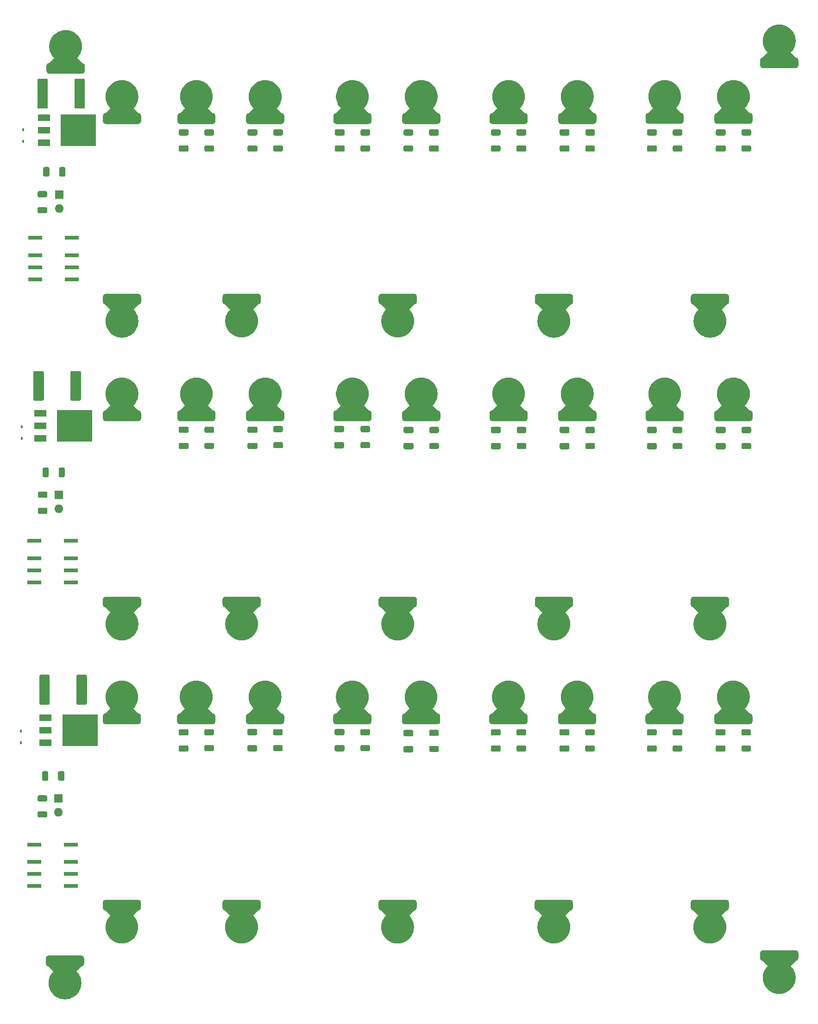
<source format=gbr>
G04 #@! TF.GenerationSoftware,KiCad,Pcbnew,(5.1.9)-1*
G04 #@! TF.CreationDate,2021-08-02T17:51:02+02:00*
G04 #@! TF.ProjectId,RelayControls-HPK,52656c61-7943-46f6-9e74-726f6c732d48,V0.1*
G04 #@! TF.SameCoordinates,Original*
G04 #@! TF.FileFunction,Soldermask,Top*
G04 #@! TF.FilePolarity,Negative*
%FSLAX46Y46*%
G04 Gerber Fmt 4.6, Leading zero omitted, Abs format (unit mm)*
G04 Created by KiCad (PCBNEW (5.1.9)-1) date 2021-08-02 17:51:02*
%MOMM*%
%LPD*%
G01*
G04 APERTURE LIST*
%ADD10R,0.450000X0.600000*%
%ADD11R,1.600000X1.600000*%
%ADD12O,1.600000X1.600000*%
%ADD13R,2.660000X0.800000*%
%ADD14C,0.100000*%
%ADD15R,2.200000X1.200000*%
%ADD16R,6.400000X5.800000*%
G04 APERTURE END LIST*
G36*
G01*
X105970000Y-153930000D02*
X107270002Y-153930000D01*
G75*
G02*
X107520001Y-154179999I0J-249999D01*
G01*
X107520001Y-154830001D01*
G75*
G02*
X107270002Y-155080000I-249999J0D01*
G01*
X105970000Y-155080000D01*
G75*
G02*
X105720001Y-154830001I0J249999D01*
G01*
X105720001Y-154179999D01*
G75*
G02*
X105970000Y-153930000I249999J0D01*
G01*
G37*
G36*
G01*
X105970000Y-156880000D02*
X107270002Y-156880000D01*
G75*
G02*
X107520001Y-157129999I0J-249999D01*
G01*
X107520001Y-157780001D01*
G75*
G02*
X107270002Y-158030000I-249999J0D01*
G01*
X105970000Y-158030000D01*
G75*
G02*
X105720001Y-157780001I0J249999D01*
G01*
X105720001Y-157129999D01*
G75*
G02*
X105970000Y-156880000I249999J0D01*
G01*
G37*
G36*
G01*
X110674996Y-153955000D02*
X111925002Y-153955000D01*
G75*
G02*
X112174999Y-154204997I0J-249997D01*
G01*
X112174999Y-154830003D01*
G75*
G02*
X111925002Y-155080000I-249997J0D01*
G01*
X110674996Y-155080000D01*
G75*
G02*
X110424999Y-154830003I0J249997D01*
G01*
X110424999Y-154204997D01*
G75*
G02*
X110674996Y-153955000I249997J0D01*
G01*
G37*
G36*
G01*
X110674996Y-156880000D02*
X111925002Y-156880000D01*
G75*
G02*
X112174999Y-157129997I0J-249997D01*
G01*
X112174999Y-157755003D01*
G75*
G02*
X111925002Y-158005000I-249997J0D01*
G01*
X110674996Y-158005000D01*
G75*
G02*
X110424999Y-157755003I0J249997D01*
G01*
X110424999Y-157129997D01*
G75*
G02*
X110674996Y-156880000I249997J0D01*
G01*
G37*
G36*
G01*
X48925000Y-98630000D02*
X50225002Y-98630000D01*
G75*
G02*
X50475001Y-98879999I0J-249999D01*
G01*
X50475001Y-99530001D01*
G75*
G02*
X50225002Y-99780000I-249999J0D01*
G01*
X48925000Y-99780000D01*
G75*
G02*
X48675001Y-99530001I0J249999D01*
G01*
X48675001Y-98879999D01*
G75*
G02*
X48925000Y-98630000I249999J0D01*
G01*
G37*
G36*
G01*
X48925000Y-101580000D02*
X50225002Y-101580000D01*
G75*
G02*
X50475001Y-101829999I0J-249999D01*
G01*
X50475001Y-102480001D01*
G75*
G02*
X50225002Y-102730000I-249999J0D01*
G01*
X48925000Y-102730000D01*
G75*
G02*
X48675001Y-102480001I0J249999D01*
G01*
X48675001Y-101829999D01*
G75*
G02*
X48925000Y-101580000I249999J0D01*
G01*
G37*
D10*
X20010000Y-100770000D03*
X20010000Y-98670000D03*
G36*
G01*
X110644998Y-47250000D02*
X111945000Y-47250000D01*
G75*
G02*
X112194999Y-47499999I0J-249999D01*
G01*
X112194999Y-48150001D01*
G75*
G02*
X111945000Y-48400000I-249999J0D01*
G01*
X110644998Y-48400000D01*
G75*
G02*
X110394999Y-48150001I0J249999D01*
G01*
X110394999Y-47499999D01*
G75*
G02*
X110644998Y-47250000I249999J0D01*
G01*
G37*
G36*
G01*
X110644998Y-44300000D02*
X111945000Y-44300000D01*
G75*
G02*
X112194999Y-44549999I0J-249999D01*
G01*
X112194999Y-45200001D01*
G75*
G02*
X111945000Y-45450000I-249999J0D01*
G01*
X110644998Y-45450000D01*
G75*
G02*
X110394999Y-45200001I0J249999D01*
G01*
X110394999Y-44549999D01*
G75*
G02*
X110644998Y-44300000I249999J0D01*
G01*
G37*
G36*
G01*
X48925000Y-44300000D02*
X50225002Y-44300000D01*
G75*
G02*
X50475001Y-44549999I0J-249999D01*
G01*
X50475001Y-45200001D01*
G75*
G02*
X50225002Y-45450000I-249999J0D01*
G01*
X48925000Y-45450000D01*
G75*
G02*
X48675001Y-45200001I0J249999D01*
G01*
X48675001Y-44549999D01*
G75*
G02*
X48925000Y-44300000I249999J0D01*
G01*
G37*
G36*
G01*
X48925000Y-47250000D02*
X50225002Y-47250000D01*
G75*
G02*
X50475001Y-47499999I0J-249999D01*
G01*
X50475001Y-48150001D01*
G75*
G02*
X50225002Y-48400000I-249999J0D01*
G01*
X48925000Y-48400000D01*
G75*
G02*
X48675001Y-48150001I0J249999D01*
G01*
X48675001Y-47499999D01*
G75*
G02*
X48925000Y-47250000I249999J0D01*
G01*
G37*
G36*
G01*
X77450000Y-47250000D02*
X78750002Y-47250000D01*
G75*
G02*
X79000001Y-47499999I0J-249999D01*
G01*
X79000001Y-48150001D01*
G75*
G02*
X78750002Y-48400000I-249999J0D01*
G01*
X77450000Y-48400000D01*
G75*
G02*
X77200001Y-48150001I0J249999D01*
G01*
X77200001Y-47499999D01*
G75*
G02*
X77450000Y-47250000I249999J0D01*
G01*
G37*
G36*
G01*
X77450000Y-44300000D02*
X78750002Y-44300000D01*
G75*
G02*
X79000001Y-44549999I0J-249999D01*
G01*
X79000001Y-45200001D01*
G75*
G02*
X78750002Y-45450000I-249999J0D01*
G01*
X77450000Y-45450000D01*
G75*
G02*
X77200001Y-45200001I0J249999D01*
G01*
X77200001Y-44549999D01*
G75*
G02*
X77450000Y-44300000I249999J0D01*
G01*
G37*
G36*
G01*
X134520000Y-47250000D02*
X135820002Y-47250000D01*
G75*
G02*
X136070001Y-47499999I0J-249999D01*
G01*
X136070001Y-48150001D01*
G75*
G02*
X135820002Y-48400000I-249999J0D01*
G01*
X134520000Y-48400000D01*
G75*
G02*
X134270001Y-48150001I0J249999D01*
G01*
X134270001Y-47499999D01*
G75*
G02*
X134520000Y-47250000I249999J0D01*
G01*
G37*
G36*
G01*
X134520000Y-44300000D02*
X135820002Y-44300000D01*
G75*
G02*
X136070001Y-44549999I0J-249999D01*
G01*
X136070001Y-45200001D01*
G75*
G02*
X135820002Y-45450000I-249999J0D01*
G01*
X134520000Y-45450000D01*
G75*
G02*
X134270001Y-45200001I0J249999D01*
G01*
X134270001Y-44549999D01*
G75*
G02*
X134520000Y-44300000I249999J0D01*
G01*
G37*
G36*
G01*
X119850002Y-45450000D02*
X118550000Y-45450000D01*
G75*
G02*
X118300001Y-45200001I0J249999D01*
G01*
X118300001Y-44549999D01*
G75*
G02*
X118550000Y-44300000I249999J0D01*
G01*
X119850002Y-44300000D01*
G75*
G02*
X120100001Y-44549999I0J-249999D01*
G01*
X120100001Y-45200001D01*
G75*
G02*
X119850002Y-45450000I-249999J0D01*
G01*
G37*
G36*
G01*
X119850002Y-48400000D02*
X118550000Y-48400000D01*
G75*
G02*
X118300001Y-48150001I0J249999D01*
G01*
X118300001Y-47499999D01*
G75*
G02*
X118550000Y-47250000I249999J0D01*
G01*
X119850002Y-47250000D01*
G75*
G02*
X120100001Y-47499999I0J-249999D01*
G01*
X120100001Y-48150001D01*
G75*
G02*
X119850002Y-48400000I-249999J0D01*
G01*
G37*
G36*
G01*
X62800002Y-48400000D02*
X61500000Y-48400000D01*
G75*
G02*
X61250001Y-48150001I0J249999D01*
G01*
X61250001Y-47499999D01*
G75*
G02*
X61500000Y-47250000I249999J0D01*
G01*
X62800002Y-47250000D01*
G75*
G02*
X63050001Y-47499999I0J-249999D01*
G01*
X63050001Y-48150001D01*
G75*
G02*
X62800002Y-48400000I-249999J0D01*
G01*
G37*
G36*
G01*
X62800002Y-45450000D02*
X61500000Y-45450000D01*
G75*
G02*
X61250001Y-45200001I0J249999D01*
G01*
X61250001Y-44549999D01*
G75*
G02*
X61500000Y-44300000I249999J0D01*
G01*
X62800002Y-44300000D01*
G75*
G02*
X63050001Y-44549999I0J-249999D01*
G01*
X63050001Y-45200001D01*
G75*
G02*
X62800002Y-45450000I-249999J0D01*
G01*
G37*
G36*
G01*
X95975000Y-45450000D02*
X94674998Y-45450000D01*
G75*
G02*
X94424999Y-45200001I0J249999D01*
G01*
X94424999Y-44549999D01*
G75*
G02*
X94674998Y-44300000I249999J0D01*
G01*
X95975000Y-44300000D01*
G75*
G02*
X96224999Y-44549999I0J-249999D01*
G01*
X96224999Y-45200001D01*
G75*
G02*
X95975000Y-45450000I-249999J0D01*
G01*
G37*
G36*
G01*
X95975000Y-48400000D02*
X94674998Y-48400000D01*
G75*
G02*
X94424999Y-48150001I0J249999D01*
G01*
X94424999Y-47499999D01*
G75*
G02*
X94674998Y-47250000I249999J0D01*
G01*
X95975000Y-47250000D01*
G75*
G02*
X96224999Y-47499999I0J-249999D01*
G01*
X96224999Y-48150001D01*
G75*
G02*
X95975000Y-48400000I-249999J0D01*
G01*
G37*
G36*
G01*
X148395002Y-48400000D02*
X147095000Y-48400000D01*
G75*
G02*
X146845001Y-48150001I0J249999D01*
G01*
X146845001Y-47499999D01*
G75*
G02*
X147095000Y-47250000I249999J0D01*
G01*
X148395002Y-47250000D01*
G75*
G02*
X148645001Y-47499999I0J-249999D01*
G01*
X148645001Y-48150001D01*
G75*
G02*
X148395002Y-48400000I-249999J0D01*
G01*
G37*
G36*
G01*
X148395002Y-45450000D02*
X147095000Y-45450000D01*
G75*
G02*
X146845001Y-45200001I0J249999D01*
G01*
X146845001Y-44549999D01*
G75*
G02*
X147095000Y-44300000I249999J0D01*
G01*
X148395002Y-44300000D01*
G75*
G02*
X148645001Y-44549999I0J-249999D01*
G01*
X148645001Y-45200001D01*
G75*
G02*
X148395002Y-45450000I-249999J0D01*
G01*
G37*
G36*
G01*
X105995000Y-101620000D02*
X107295002Y-101620000D01*
G75*
G02*
X107545001Y-101869999I0J-249999D01*
G01*
X107545001Y-102520001D01*
G75*
G02*
X107295002Y-102770000I-249999J0D01*
G01*
X105995000Y-102770000D01*
G75*
G02*
X105745001Y-102520001I0J249999D01*
G01*
X105745001Y-101869999D01*
G75*
G02*
X105995000Y-101620000I249999J0D01*
G01*
G37*
G36*
G01*
X105995000Y-98670000D02*
X107295002Y-98670000D01*
G75*
G02*
X107545001Y-98919999I0J-249999D01*
G01*
X107545001Y-99570001D01*
G75*
G02*
X107295002Y-99820000I-249999J0D01*
G01*
X105995000Y-99820000D01*
G75*
G02*
X105745001Y-99570001I0J249999D01*
G01*
X105745001Y-98919999D01*
G75*
G02*
X105995000Y-98670000I249999J0D01*
G01*
G37*
G36*
G01*
X77345000Y-98500000D02*
X78645002Y-98500000D01*
G75*
G02*
X78895001Y-98749999I0J-249999D01*
G01*
X78895001Y-99400001D01*
G75*
G02*
X78645002Y-99650000I-249999J0D01*
G01*
X77345000Y-99650000D01*
G75*
G02*
X77095001Y-99400001I0J249999D01*
G01*
X77095001Y-98749999D01*
G75*
G02*
X77345000Y-98500000I249999J0D01*
G01*
G37*
G36*
G01*
X77345000Y-101450000D02*
X78645002Y-101450000D01*
G75*
G02*
X78895001Y-101699999I0J-249999D01*
G01*
X78895001Y-102350001D01*
G75*
G02*
X78645002Y-102600000I-249999J0D01*
G01*
X77345000Y-102600000D01*
G75*
G02*
X77095001Y-102350001I0J249999D01*
G01*
X77095001Y-101699999D01*
G75*
G02*
X77345000Y-101450000I249999J0D01*
G01*
G37*
G36*
G01*
X134520000Y-101620000D02*
X135820002Y-101620000D01*
G75*
G02*
X136070001Y-101869999I0J-249999D01*
G01*
X136070001Y-102520001D01*
G75*
G02*
X135820002Y-102770000I-249999J0D01*
G01*
X134520000Y-102770000D01*
G75*
G02*
X134270001Y-102520001I0J249999D01*
G01*
X134270001Y-101869999D01*
G75*
G02*
X134520000Y-101620000I249999J0D01*
G01*
G37*
G36*
G01*
X134520000Y-98670000D02*
X135820002Y-98670000D01*
G75*
G02*
X136070001Y-98919999I0J-249999D01*
G01*
X136070001Y-99570001D01*
G75*
G02*
X135820002Y-99820000I-249999J0D01*
G01*
X134520000Y-99820000D01*
G75*
G02*
X134270001Y-99570001I0J249999D01*
G01*
X134270001Y-98919999D01*
G75*
G02*
X134520000Y-98670000I249999J0D01*
G01*
G37*
G36*
G01*
X119850002Y-102770000D02*
X118550000Y-102770000D01*
G75*
G02*
X118300001Y-102520001I0J249999D01*
G01*
X118300001Y-101869999D01*
G75*
G02*
X118550000Y-101620000I249999J0D01*
G01*
X119850002Y-101620000D01*
G75*
G02*
X120100001Y-101869999I0J-249999D01*
G01*
X120100001Y-102520001D01*
G75*
G02*
X119850002Y-102770000I-249999J0D01*
G01*
G37*
G36*
G01*
X119850002Y-99820000D02*
X118550000Y-99820000D01*
G75*
G02*
X118300001Y-99570001I0J249999D01*
G01*
X118300001Y-98919999D01*
G75*
G02*
X118550000Y-98670000I249999J0D01*
G01*
X119850002Y-98670000D01*
G75*
G02*
X120100001Y-98919999I0J-249999D01*
G01*
X120100001Y-99570001D01*
G75*
G02*
X119850002Y-99820000I-249999J0D01*
G01*
G37*
G36*
G01*
X62800002Y-102730000D02*
X61500000Y-102730000D01*
G75*
G02*
X61250001Y-102480001I0J249999D01*
G01*
X61250001Y-101829999D01*
G75*
G02*
X61500000Y-101580000I249999J0D01*
G01*
X62800002Y-101580000D01*
G75*
G02*
X63050001Y-101829999I0J-249999D01*
G01*
X63050001Y-102480001D01*
G75*
G02*
X62800002Y-102730000I-249999J0D01*
G01*
G37*
G36*
G01*
X62800002Y-99780000D02*
X61500000Y-99780000D01*
G75*
G02*
X61250001Y-99530001I0J249999D01*
G01*
X61250001Y-98879999D01*
G75*
G02*
X61500000Y-98630000I249999J0D01*
G01*
X62800002Y-98630000D01*
G75*
G02*
X63050001Y-98879999I0J-249999D01*
G01*
X63050001Y-99530001D01*
G75*
G02*
X62800002Y-99780000I-249999J0D01*
G01*
G37*
G36*
G01*
X91325002Y-102770000D02*
X90025000Y-102770000D01*
G75*
G02*
X89775001Y-102520001I0J249999D01*
G01*
X89775001Y-101869999D01*
G75*
G02*
X90025000Y-101620000I249999J0D01*
G01*
X91325002Y-101620000D01*
G75*
G02*
X91575001Y-101869999I0J-249999D01*
G01*
X91575001Y-102520001D01*
G75*
G02*
X91325002Y-102770000I-249999J0D01*
G01*
G37*
G36*
G01*
X91325002Y-99820000D02*
X90025000Y-99820000D01*
G75*
G02*
X89775001Y-99570001I0J249999D01*
G01*
X89775001Y-98919999D01*
G75*
G02*
X90025000Y-98670000I249999J0D01*
G01*
X91325002Y-98670000D01*
G75*
G02*
X91575001Y-98919999I0J-249999D01*
G01*
X91575001Y-99570001D01*
G75*
G02*
X91325002Y-99820000I-249999J0D01*
G01*
G37*
G36*
G01*
X148395002Y-102770000D02*
X147095000Y-102770000D01*
G75*
G02*
X146845001Y-102520001I0J249999D01*
G01*
X146845001Y-101869999D01*
G75*
G02*
X147095000Y-101620000I249999J0D01*
G01*
X148395002Y-101620000D01*
G75*
G02*
X148645001Y-101869999I0J-249999D01*
G01*
X148645001Y-102520001D01*
G75*
G02*
X148395002Y-102770000I-249999J0D01*
G01*
G37*
G36*
G01*
X148395002Y-99820000D02*
X147095000Y-99820000D01*
G75*
G02*
X146845001Y-99570001I0J249999D01*
G01*
X146845001Y-98919999D01*
G75*
G02*
X147095000Y-98670000I249999J0D01*
G01*
X148395002Y-98670000D01*
G75*
G02*
X148645001Y-98919999I0J-249999D01*
G01*
X148645001Y-99570001D01*
G75*
G02*
X148395002Y-99820000I-249999J0D01*
G01*
G37*
G36*
G01*
X48900000Y-156880000D02*
X50200002Y-156880000D01*
G75*
G02*
X50450001Y-157129999I0J-249999D01*
G01*
X50450001Y-157780001D01*
G75*
G02*
X50200002Y-158030000I-249999J0D01*
G01*
X48900000Y-158030000D01*
G75*
G02*
X48650001Y-157780001I0J249999D01*
G01*
X48650001Y-157129999D01*
G75*
G02*
X48900000Y-156880000I249999J0D01*
G01*
G37*
G36*
G01*
X48900000Y-153930000D02*
X50200002Y-153930000D01*
G75*
G02*
X50450001Y-154179999I0J-249999D01*
G01*
X50450001Y-154830001D01*
G75*
G02*
X50200002Y-155080000I-249999J0D01*
G01*
X48900000Y-155080000D01*
G75*
G02*
X48650001Y-154830001I0J249999D01*
G01*
X48650001Y-154179999D01*
G75*
G02*
X48900000Y-153930000I249999J0D01*
G01*
G37*
G36*
G01*
X77425000Y-156830000D02*
X78725002Y-156830000D01*
G75*
G02*
X78975001Y-157079999I0J-249999D01*
G01*
X78975001Y-157730001D01*
G75*
G02*
X78725002Y-157980000I-249999J0D01*
G01*
X77425000Y-157980000D01*
G75*
G02*
X77175001Y-157730001I0J249999D01*
G01*
X77175001Y-157079999D01*
G75*
G02*
X77425000Y-156830000I249999J0D01*
G01*
G37*
G36*
G01*
X77425000Y-153880000D02*
X78725002Y-153880000D01*
G75*
G02*
X78975001Y-154129999I0J-249999D01*
G01*
X78975001Y-154780001D01*
G75*
G02*
X78725002Y-155030000I-249999J0D01*
G01*
X77425000Y-155030000D01*
G75*
G02*
X77175001Y-154780001I0J249999D01*
G01*
X77175001Y-154129999D01*
G75*
G02*
X77425000Y-153880000I249999J0D01*
G01*
G37*
G36*
G01*
X134495000Y-153930000D02*
X135795002Y-153930000D01*
G75*
G02*
X136045001Y-154179999I0J-249999D01*
G01*
X136045001Y-154830001D01*
G75*
G02*
X135795002Y-155080000I-249999J0D01*
G01*
X134495000Y-155080000D01*
G75*
G02*
X134245001Y-154830001I0J249999D01*
G01*
X134245001Y-154179999D01*
G75*
G02*
X134495000Y-153930000I249999J0D01*
G01*
G37*
G36*
G01*
X134495000Y-156880000D02*
X135795002Y-156880000D01*
G75*
G02*
X136045001Y-157129999I0J-249999D01*
G01*
X136045001Y-157780001D01*
G75*
G02*
X135795002Y-158030000I-249999J0D01*
G01*
X134495000Y-158030000D01*
G75*
G02*
X134245001Y-157780001I0J249999D01*
G01*
X134245001Y-157129999D01*
G75*
G02*
X134495000Y-156880000I249999J0D01*
G01*
G37*
G36*
G01*
X119825002Y-155080000D02*
X118525000Y-155080000D01*
G75*
G02*
X118275001Y-154830001I0J249999D01*
G01*
X118275001Y-154179999D01*
G75*
G02*
X118525000Y-153930000I249999J0D01*
G01*
X119825002Y-153930000D01*
G75*
G02*
X120075001Y-154179999I0J-249999D01*
G01*
X120075001Y-154830001D01*
G75*
G02*
X119825002Y-155080000I-249999J0D01*
G01*
G37*
G36*
G01*
X119825002Y-158030000D02*
X118525000Y-158030000D01*
G75*
G02*
X118275001Y-157780001I0J249999D01*
G01*
X118275001Y-157129999D01*
G75*
G02*
X118525000Y-156880000I249999J0D01*
G01*
X119825002Y-156880000D01*
G75*
G02*
X120075001Y-157129999I0J-249999D01*
G01*
X120075001Y-157780001D01*
G75*
G02*
X119825002Y-158030000I-249999J0D01*
G01*
G37*
G36*
G01*
X62775002Y-155030000D02*
X61475000Y-155030000D01*
G75*
G02*
X61225001Y-154780001I0J249999D01*
G01*
X61225001Y-154129999D01*
G75*
G02*
X61475000Y-153880000I249999J0D01*
G01*
X62775002Y-153880000D01*
G75*
G02*
X63025001Y-154129999I0J-249999D01*
G01*
X63025001Y-154780001D01*
G75*
G02*
X62775002Y-155030000I-249999J0D01*
G01*
G37*
G36*
G01*
X62775002Y-157980000D02*
X61475000Y-157980000D01*
G75*
G02*
X61225001Y-157730001I0J249999D01*
G01*
X61225001Y-157079999D01*
G75*
G02*
X61475000Y-156830000I249999J0D01*
G01*
X62775002Y-156830000D01*
G75*
G02*
X63025001Y-157079999I0J-249999D01*
G01*
X63025001Y-157730001D01*
G75*
G02*
X62775002Y-157980000I-249999J0D01*
G01*
G37*
G36*
G01*
X91300002Y-158170000D02*
X90000000Y-158170000D01*
G75*
G02*
X89750001Y-157920001I0J249999D01*
G01*
X89750001Y-157269999D01*
G75*
G02*
X90000000Y-157020000I249999J0D01*
G01*
X91300002Y-157020000D01*
G75*
G02*
X91550001Y-157269999I0J-249999D01*
G01*
X91550001Y-157920001D01*
G75*
G02*
X91300002Y-158170000I-249999J0D01*
G01*
G37*
G36*
G01*
X91300002Y-155220000D02*
X90000000Y-155220000D01*
G75*
G02*
X89750001Y-154970001I0J249999D01*
G01*
X89750001Y-154319999D01*
G75*
G02*
X90000000Y-154070000I249999J0D01*
G01*
X91300002Y-154070000D01*
G75*
G02*
X91550001Y-154319999I0J-249999D01*
G01*
X91550001Y-154970001D01*
G75*
G02*
X91300002Y-155220000I-249999J0D01*
G01*
G37*
G36*
G01*
X148370002Y-155080000D02*
X147070000Y-155080000D01*
G75*
G02*
X146820001Y-154830001I0J249999D01*
G01*
X146820001Y-154179999D01*
G75*
G02*
X147070000Y-153930000I249999J0D01*
G01*
X148370002Y-153930000D01*
G75*
G02*
X148620001Y-154179999I0J-249999D01*
G01*
X148620001Y-154830001D01*
G75*
G02*
X148370002Y-155080000I-249999J0D01*
G01*
G37*
G36*
G01*
X148370002Y-158030000D02*
X147070000Y-158030000D01*
G75*
G02*
X146820001Y-157780001I0J249999D01*
G01*
X146820001Y-157129999D01*
G75*
G02*
X147070000Y-156880000I249999J0D01*
G01*
X148370002Y-156880000D01*
G75*
G02*
X148620001Y-157129999I0J-249999D01*
G01*
X148620001Y-157780001D01*
G75*
G02*
X148370002Y-158030000I-249999J0D01*
G01*
G37*
D11*
X26850000Y-56200000D03*
D12*
X26850000Y-58740000D03*
X26743629Y-113665000D03*
D11*
X26743629Y-111125000D03*
X26638629Y-166600000D03*
D12*
X26638629Y-169140000D03*
D13*
X22410001Y-64154999D03*
X22410001Y-67354999D03*
X22410001Y-69554999D03*
X22410001Y-71754999D03*
X29150001Y-71754999D03*
X29150001Y-69554999D03*
X29150001Y-67354999D03*
X29150001Y-64154999D03*
X22260000Y-119500000D03*
X22260000Y-122700000D03*
X22260000Y-124900000D03*
X22260000Y-127100000D03*
X29000000Y-127100000D03*
X29000000Y-124900000D03*
X29000000Y-122700000D03*
X29000000Y-119500000D03*
X29000000Y-175000000D03*
X29000000Y-178200000D03*
X29000000Y-180400000D03*
X29000000Y-182600000D03*
X22260000Y-182600000D03*
X22260000Y-180400000D03*
X22260000Y-178200000D03*
X22260000Y-175000000D03*
G36*
G01*
X26831371Y-52700003D02*
X26831371Y-51449997D01*
G75*
G02*
X27081368Y-51200000I249997J0D01*
G01*
X27706374Y-51200000D01*
G75*
G02*
X27956371Y-51449997I0J-249997D01*
G01*
X27956371Y-52700003D01*
G75*
G02*
X27706374Y-52950000I-249997J0D01*
G01*
X27081368Y-52950000D01*
G75*
G02*
X26831371Y-52700003I0J249997D01*
G01*
G37*
G36*
G01*
X23906371Y-52700003D02*
X23906371Y-51449997D01*
G75*
G02*
X24156368Y-51200000I249997J0D01*
G01*
X24781374Y-51200000D01*
G75*
G02*
X25031371Y-51449997I0J-249997D01*
G01*
X25031371Y-52700003D01*
G75*
G02*
X24781374Y-52950000I-249997J0D01*
G01*
X24156368Y-52950000D01*
G75*
G02*
X23906371Y-52700003I0J249997D01*
G01*
G37*
G36*
G01*
X67455002Y-45450000D02*
X66204996Y-45450000D01*
G75*
G02*
X65954999Y-45200003I0J249997D01*
G01*
X65954999Y-44574997D01*
G75*
G02*
X66204996Y-44325000I249997J0D01*
G01*
X67455002Y-44325000D01*
G75*
G02*
X67704999Y-44574997I0J-249997D01*
G01*
X67704999Y-45200003D01*
G75*
G02*
X67455002Y-45450000I-249997J0D01*
G01*
G37*
G36*
G01*
X67455002Y-48375000D02*
X66204996Y-48375000D01*
G75*
G02*
X65954999Y-48125003I0J249997D01*
G01*
X65954999Y-47499997D01*
G75*
G02*
X66204996Y-47250000I249997J0D01*
G01*
X67455002Y-47250000D01*
G75*
G02*
X67704999Y-47499997I0J-249997D01*
G01*
X67704999Y-48125003D01*
G75*
G02*
X67455002Y-48375000I-249997J0D01*
G01*
G37*
G36*
G01*
X105989998Y-44325000D02*
X107240004Y-44325000D01*
G75*
G02*
X107490001Y-44574997I0J-249997D01*
G01*
X107490001Y-45200003D01*
G75*
G02*
X107240004Y-45450000I-249997J0D01*
G01*
X105989998Y-45450000D01*
G75*
G02*
X105740001Y-45200003I0J249997D01*
G01*
X105740001Y-44574997D01*
G75*
G02*
X105989998Y-44325000I249997J0D01*
G01*
G37*
G36*
G01*
X105989998Y-47250000D02*
X107240004Y-47250000D01*
G75*
G02*
X107490001Y-47499997I0J-249997D01*
G01*
X107490001Y-48125003D01*
G75*
G02*
X107240004Y-48375000I-249997J0D01*
G01*
X105989998Y-48375000D01*
G75*
G02*
X105740001Y-48125003I0J249997D01*
G01*
X105740001Y-47499997D01*
G75*
G02*
X105989998Y-47250000I249997J0D01*
G01*
G37*
G36*
G01*
X53629996Y-47250000D02*
X54880002Y-47250000D01*
G75*
G02*
X55129999Y-47499997I0J-249997D01*
G01*
X55129999Y-48125003D01*
G75*
G02*
X54880002Y-48375000I-249997J0D01*
G01*
X53629996Y-48375000D01*
G75*
G02*
X53379999Y-48125003I0J249997D01*
G01*
X53379999Y-47499997D01*
G75*
G02*
X53629996Y-47250000I249997J0D01*
G01*
G37*
G36*
G01*
X53629996Y-44325000D02*
X54880002Y-44325000D01*
G75*
G02*
X55129999Y-44574997I0J-249997D01*
G01*
X55129999Y-45200003D01*
G75*
G02*
X54880002Y-45450000I-249997J0D01*
G01*
X53629996Y-45450000D01*
G75*
G02*
X53379999Y-45200003I0J249997D01*
G01*
X53379999Y-44574997D01*
G75*
G02*
X53629996Y-44325000I249997J0D01*
G01*
G37*
G36*
G01*
X82154996Y-47250000D02*
X83405002Y-47250000D01*
G75*
G02*
X83654999Y-47499997I0J-249997D01*
G01*
X83654999Y-48125003D01*
G75*
G02*
X83405002Y-48375000I-249997J0D01*
G01*
X82154996Y-48375000D01*
G75*
G02*
X81904999Y-48125003I0J249997D01*
G01*
X81904999Y-47499997D01*
G75*
G02*
X82154996Y-47250000I249997J0D01*
G01*
G37*
G36*
G01*
X82154996Y-44325000D02*
X83405002Y-44325000D01*
G75*
G02*
X83654999Y-44574997I0J-249997D01*
G01*
X83654999Y-45200003D01*
G75*
G02*
X83405002Y-45450000I-249997J0D01*
G01*
X82154996Y-45450000D01*
G75*
G02*
X81904999Y-45200003I0J249997D01*
G01*
X81904999Y-44574997D01*
G75*
G02*
X82154996Y-44325000I249997J0D01*
G01*
G37*
G36*
G01*
X139224996Y-44325000D02*
X140475002Y-44325000D01*
G75*
G02*
X140724999Y-44574997I0J-249997D01*
G01*
X140724999Y-45200003D01*
G75*
G02*
X140475002Y-45450000I-249997J0D01*
G01*
X139224996Y-45450000D01*
G75*
G02*
X138974999Y-45200003I0J249997D01*
G01*
X138974999Y-44574997D01*
G75*
G02*
X139224996Y-44325000I249997J0D01*
G01*
G37*
G36*
G01*
X139224996Y-47250000D02*
X140475002Y-47250000D01*
G75*
G02*
X140724999Y-47499997I0J-249997D01*
G01*
X140724999Y-48125003D01*
G75*
G02*
X140475002Y-48375000I-249997J0D01*
G01*
X139224996Y-48375000D01*
G75*
G02*
X138974999Y-48125003I0J249997D01*
G01*
X138974999Y-47499997D01*
G75*
G02*
X139224996Y-47250000I249997J0D01*
G01*
G37*
G36*
G01*
X124505002Y-48375000D02*
X123254996Y-48375000D01*
G75*
G02*
X123004999Y-48125003I0J249997D01*
G01*
X123004999Y-47499997D01*
G75*
G02*
X123254996Y-47250000I249997J0D01*
G01*
X124505002Y-47250000D01*
G75*
G02*
X124754999Y-47499997I0J-249997D01*
G01*
X124754999Y-48125003D01*
G75*
G02*
X124505002Y-48375000I-249997J0D01*
G01*
G37*
G36*
G01*
X124505002Y-45450000D02*
X123254996Y-45450000D01*
G75*
G02*
X123004999Y-45200003I0J249997D01*
G01*
X123004999Y-44574997D01*
G75*
G02*
X123254996Y-44325000I249997J0D01*
G01*
X124505002Y-44325000D01*
G75*
G02*
X124754999Y-44574997I0J-249997D01*
G01*
X124754999Y-45200003D01*
G75*
G02*
X124505002Y-45450000I-249997J0D01*
G01*
G37*
G36*
G01*
X91270004Y-45450000D02*
X90019998Y-45450000D01*
G75*
G02*
X89770001Y-45200003I0J249997D01*
G01*
X89770001Y-44574997D01*
G75*
G02*
X90019998Y-44325000I249997J0D01*
G01*
X91270004Y-44325000D01*
G75*
G02*
X91520001Y-44574997I0J-249997D01*
G01*
X91520001Y-45200003D01*
G75*
G02*
X91270004Y-45450000I-249997J0D01*
G01*
G37*
G36*
G01*
X91270004Y-48375000D02*
X90019998Y-48375000D01*
G75*
G02*
X89770001Y-48125003I0J249997D01*
G01*
X89770001Y-47499997D01*
G75*
G02*
X90019998Y-47250000I249997J0D01*
G01*
X91270004Y-47250000D01*
G75*
G02*
X91520001Y-47499997I0J-249997D01*
G01*
X91520001Y-48125003D01*
G75*
G02*
X91270004Y-48375000I-249997J0D01*
G01*
G37*
G36*
G01*
X153050002Y-45450000D02*
X151799996Y-45450000D01*
G75*
G02*
X151549999Y-45200003I0J249997D01*
G01*
X151549999Y-44574997D01*
G75*
G02*
X151799996Y-44325000I249997J0D01*
G01*
X153050002Y-44325000D01*
G75*
G02*
X153299999Y-44574997I0J-249997D01*
G01*
X153299999Y-45200003D01*
G75*
G02*
X153050002Y-45450000I-249997J0D01*
G01*
G37*
G36*
G01*
X153050002Y-48375000D02*
X151799996Y-48375000D01*
G75*
G02*
X151549999Y-48125003I0J249997D01*
G01*
X151549999Y-47499997D01*
G75*
G02*
X151799996Y-47250000I249997J0D01*
G01*
X153050002Y-47250000D01*
G75*
G02*
X153299999Y-47499997I0J-249997D01*
G01*
X153299999Y-48125003D01*
G75*
G02*
X153050002Y-48375000I-249997J0D01*
G01*
G37*
G36*
G01*
X24375003Y-56725685D02*
X23124997Y-56725685D01*
G75*
G02*
X22875000Y-56475688I0J249997D01*
G01*
X22875000Y-55850682D01*
G75*
G02*
X23124997Y-55600685I249997J0D01*
G01*
X24375003Y-55600685D01*
G75*
G02*
X24625000Y-55850682I0J-249997D01*
G01*
X24625000Y-56475688D01*
G75*
G02*
X24375003Y-56725685I-249997J0D01*
G01*
G37*
G36*
G01*
X24375003Y-59650685D02*
X23124997Y-59650685D01*
G75*
G02*
X22875000Y-59400688I0J249997D01*
G01*
X22875000Y-58775682D01*
G75*
G02*
X23124997Y-58525685I249997J0D01*
G01*
X24375003Y-58525685D01*
G75*
G02*
X24625000Y-58775682I0J-249997D01*
G01*
X24625000Y-59400688D01*
G75*
G02*
X24375003Y-59650685I-249997J0D01*
G01*
G37*
G36*
G01*
X23800000Y-107625003D02*
X23800000Y-106374997D01*
G75*
G02*
X24049997Y-106125000I249997J0D01*
G01*
X24675003Y-106125000D01*
G75*
G02*
X24925000Y-106374997I0J-249997D01*
G01*
X24925000Y-107625003D01*
G75*
G02*
X24675003Y-107875000I-249997J0D01*
G01*
X24049997Y-107875000D01*
G75*
G02*
X23800000Y-107625003I0J249997D01*
G01*
G37*
G36*
G01*
X26725000Y-107625003D02*
X26725000Y-106374997D01*
G75*
G02*
X26974997Y-106125000I249997J0D01*
G01*
X27600003Y-106125000D01*
G75*
G02*
X27850000Y-106374997I0J-249997D01*
G01*
X27850000Y-107625003D01*
G75*
G02*
X27600003Y-107875000I-249997J0D01*
G01*
X26974997Y-107875000D01*
G75*
G02*
X26725000Y-107625003I0J249997D01*
G01*
G37*
G36*
G01*
X110699996Y-98695000D02*
X111950002Y-98695000D01*
G75*
G02*
X112199999Y-98944997I0J-249997D01*
G01*
X112199999Y-99570003D01*
G75*
G02*
X111950002Y-99820000I-249997J0D01*
G01*
X110699996Y-99820000D01*
G75*
G02*
X110449999Y-99570003I0J249997D01*
G01*
X110449999Y-98944997D01*
G75*
G02*
X110699996Y-98695000I249997J0D01*
G01*
G37*
G36*
G01*
X110699996Y-101620000D02*
X111950002Y-101620000D01*
G75*
G02*
X112199999Y-101869997I0J-249997D01*
G01*
X112199999Y-102495003D01*
G75*
G02*
X111950002Y-102745000I-249997J0D01*
G01*
X110699996Y-102745000D01*
G75*
G02*
X110449999Y-102495003I0J249997D01*
G01*
X110449999Y-101869997D01*
G75*
G02*
X110699996Y-101620000I249997J0D01*
G01*
G37*
G36*
G01*
X53629996Y-98655000D02*
X54880002Y-98655000D01*
G75*
G02*
X55129999Y-98904997I0J-249997D01*
G01*
X55129999Y-99530003D01*
G75*
G02*
X54880002Y-99780000I-249997J0D01*
G01*
X53629996Y-99780000D01*
G75*
G02*
X53379999Y-99530003I0J249997D01*
G01*
X53379999Y-98904997D01*
G75*
G02*
X53629996Y-98655000I249997J0D01*
G01*
G37*
G36*
G01*
X53629996Y-101580000D02*
X54880002Y-101580000D01*
G75*
G02*
X55129999Y-101829997I0J-249997D01*
G01*
X55129999Y-102455003D01*
G75*
G02*
X54880002Y-102705000I-249997J0D01*
G01*
X53629996Y-102705000D01*
G75*
G02*
X53379999Y-102455003I0J249997D01*
G01*
X53379999Y-101829997D01*
G75*
G02*
X53629996Y-101580000I249997J0D01*
G01*
G37*
G36*
G01*
X82154996Y-98525000D02*
X83405002Y-98525000D01*
G75*
G02*
X83654999Y-98774997I0J-249997D01*
G01*
X83654999Y-99400003D01*
G75*
G02*
X83405002Y-99650000I-249997J0D01*
G01*
X82154996Y-99650000D01*
G75*
G02*
X81904999Y-99400003I0J249997D01*
G01*
X81904999Y-98774997D01*
G75*
G02*
X82154996Y-98525000I249997J0D01*
G01*
G37*
G36*
G01*
X82154996Y-101450000D02*
X83405002Y-101450000D01*
G75*
G02*
X83654999Y-101699997I0J-249997D01*
G01*
X83654999Y-102325003D01*
G75*
G02*
X83405002Y-102575000I-249997J0D01*
G01*
X82154996Y-102575000D01*
G75*
G02*
X81904999Y-102325003I0J249997D01*
G01*
X81904999Y-101699997D01*
G75*
G02*
X82154996Y-101450000I249997J0D01*
G01*
G37*
G36*
G01*
X139224996Y-101620000D02*
X140475002Y-101620000D01*
G75*
G02*
X140724999Y-101869997I0J-249997D01*
G01*
X140724999Y-102495003D01*
G75*
G02*
X140475002Y-102745000I-249997J0D01*
G01*
X139224996Y-102745000D01*
G75*
G02*
X138974999Y-102495003I0J249997D01*
G01*
X138974999Y-101869997D01*
G75*
G02*
X139224996Y-101620000I249997J0D01*
G01*
G37*
G36*
G01*
X139224996Y-98695000D02*
X140475002Y-98695000D01*
G75*
G02*
X140724999Y-98944997I0J-249997D01*
G01*
X140724999Y-99570003D01*
G75*
G02*
X140475002Y-99820000I-249997J0D01*
G01*
X139224996Y-99820000D01*
G75*
G02*
X138974999Y-99570003I0J249997D01*
G01*
X138974999Y-98944997D01*
G75*
G02*
X139224996Y-98695000I249997J0D01*
G01*
G37*
G36*
G01*
X124505002Y-102745000D02*
X123254996Y-102745000D01*
G75*
G02*
X123004999Y-102495003I0J249997D01*
G01*
X123004999Y-101869997D01*
G75*
G02*
X123254996Y-101620000I249997J0D01*
G01*
X124505002Y-101620000D01*
G75*
G02*
X124754999Y-101869997I0J-249997D01*
G01*
X124754999Y-102495003D01*
G75*
G02*
X124505002Y-102745000I-249997J0D01*
G01*
G37*
G36*
G01*
X124505002Y-99820000D02*
X123254996Y-99820000D01*
G75*
G02*
X123004999Y-99570003I0J249997D01*
G01*
X123004999Y-98944997D01*
G75*
G02*
X123254996Y-98695000I249997J0D01*
G01*
X124505002Y-98695000D01*
G75*
G02*
X124754999Y-98944997I0J-249997D01*
G01*
X124754999Y-99570003D01*
G75*
G02*
X124505002Y-99820000I-249997J0D01*
G01*
G37*
G36*
G01*
X67455002Y-99650000D02*
X66204996Y-99650000D01*
G75*
G02*
X65954999Y-99400003I0J249997D01*
G01*
X65954999Y-98774997D01*
G75*
G02*
X66204996Y-98525000I249997J0D01*
G01*
X67455002Y-98525000D01*
G75*
G02*
X67704999Y-98774997I0J-249997D01*
G01*
X67704999Y-99400003D01*
G75*
G02*
X67455002Y-99650000I-249997J0D01*
G01*
G37*
G36*
G01*
X67455002Y-102575000D02*
X66204996Y-102575000D01*
G75*
G02*
X65954999Y-102325003I0J249997D01*
G01*
X65954999Y-101699997D01*
G75*
G02*
X66204996Y-101450000I249997J0D01*
G01*
X67455002Y-101450000D01*
G75*
G02*
X67704999Y-101699997I0J-249997D01*
G01*
X67704999Y-102325003D01*
G75*
G02*
X67455002Y-102575000I-249997J0D01*
G01*
G37*
G36*
G01*
X95980002Y-99820000D02*
X94729996Y-99820000D01*
G75*
G02*
X94479999Y-99570003I0J249997D01*
G01*
X94479999Y-98944997D01*
G75*
G02*
X94729996Y-98695000I249997J0D01*
G01*
X95980002Y-98695000D01*
G75*
G02*
X96229999Y-98944997I0J-249997D01*
G01*
X96229999Y-99570003D01*
G75*
G02*
X95980002Y-99820000I-249997J0D01*
G01*
G37*
G36*
G01*
X95980002Y-102745000D02*
X94729996Y-102745000D01*
G75*
G02*
X94479999Y-102495003I0J249997D01*
G01*
X94479999Y-101869997D01*
G75*
G02*
X94729996Y-101620000I249997J0D01*
G01*
X95980002Y-101620000D01*
G75*
G02*
X96229999Y-101869997I0J-249997D01*
G01*
X96229999Y-102495003D01*
G75*
G02*
X95980002Y-102745000I-249997J0D01*
G01*
G37*
G36*
G01*
X153050002Y-102745000D02*
X151799996Y-102745000D01*
G75*
G02*
X151549999Y-102495003I0J249997D01*
G01*
X151549999Y-101869997D01*
G75*
G02*
X151799996Y-101620000I249997J0D01*
G01*
X153050002Y-101620000D01*
G75*
G02*
X153299999Y-101869997I0J-249997D01*
G01*
X153299999Y-102495003D01*
G75*
G02*
X153050002Y-102745000I-249997J0D01*
G01*
G37*
G36*
G01*
X153050002Y-99820000D02*
X151799996Y-99820000D01*
G75*
G02*
X151549999Y-99570003I0J249997D01*
G01*
X151549999Y-98944997D01*
G75*
G02*
X151799996Y-98695000I249997J0D01*
G01*
X153050002Y-98695000D01*
G75*
G02*
X153299999Y-98944997I0J-249997D01*
G01*
X153299999Y-99570003D01*
G75*
G02*
X153050002Y-99820000I-249997J0D01*
G01*
G37*
G36*
G01*
X24425003Y-111650685D02*
X23174997Y-111650685D01*
G75*
G02*
X22925000Y-111400688I0J249997D01*
G01*
X22925000Y-110775682D01*
G75*
G02*
X23174997Y-110525685I249997J0D01*
G01*
X24425003Y-110525685D01*
G75*
G02*
X24675000Y-110775682I0J-249997D01*
G01*
X24675000Y-111400688D01*
G75*
G02*
X24425003Y-111650685I-249997J0D01*
G01*
G37*
G36*
G01*
X24425003Y-114575685D02*
X23174997Y-114575685D01*
G75*
G02*
X22925000Y-114325688I0J249997D01*
G01*
X22925000Y-113700682D01*
G75*
G02*
X23174997Y-113450685I249997J0D01*
G01*
X24425003Y-113450685D01*
G75*
G02*
X24675000Y-113700682I0J-249997D01*
G01*
X24675000Y-114325688D01*
G75*
G02*
X24425003Y-114575685I-249997J0D01*
G01*
G37*
G36*
G01*
X26620000Y-163100003D02*
X26620000Y-161849997D01*
G75*
G02*
X26869997Y-161600000I249997J0D01*
G01*
X27495003Y-161600000D01*
G75*
G02*
X27745000Y-161849997I0J-249997D01*
G01*
X27745000Y-163100003D01*
G75*
G02*
X27495003Y-163350000I-249997J0D01*
G01*
X26869997Y-163350000D01*
G75*
G02*
X26620000Y-163100003I0J249997D01*
G01*
G37*
G36*
G01*
X23695000Y-163100003D02*
X23695000Y-161849997D01*
G75*
G02*
X23944997Y-161600000I249997J0D01*
G01*
X24570003Y-161600000D01*
G75*
G02*
X24820000Y-161849997I0J-249997D01*
G01*
X24820000Y-163100003D01*
G75*
G02*
X24570003Y-163350000I-249997J0D01*
G01*
X23944997Y-163350000D01*
G75*
G02*
X23695000Y-163100003I0J249997D01*
G01*
G37*
G36*
G01*
X53604996Y-153905000D02*
X54855002Y-153905000D01*
G75*
G02*
X55104999Y-154154997I0J-249997D01*
G01*
X55104999Y-154780003D01*
G75*
G02*
X54855002Y-155030000I-249997J0D01*
G01*
X53604996Y-155030000D01*
G75*
G02*
X53354999Y-154780003I0J249997D01*
G01*
X53354999Y-154154997D01*
G75*
G02*
X53604996Y-153905000I249997J0D01*
G01*
G37*
G36*
G01*
X53604996Y-156830000D02*
X54855002Y-156830000D01*
G75*
G02*
X55104999Y-157079997I0J-249997D01*
G01*
X55104999Y-157705003D01*
G75*
G02*
X54855002Y-157955000I-249997J0D01*
G01*
X53604996Y-157955000D01*
G75*
G02*
X53354999Y-157705003I0J249997D01*
G01*
X53354999Y-157079997D01*
G75*
G02*
X53604996Y-156830000I249997J0D01*
G01*
G37*
G36*
G01*
X82129996Y-156830000D02*
X83380002Y-156830000D01*
G75*
G02*
X83629999Y-157079997I0J-249997D01*
G01*
X83629999Y-157705003D01*
G75*
G02*
X83380002Y-157955000I-249997J0D01*
G01*
X82129996Y-157955000D01*
G75*
G02*
X81879999Y-157705003I0J249997D01*
G01*
X81879999Y-157079997D01*
G75*
G02*
X82129996Y-156830000I249997J0D01*
G01*
G37*
G36*
G01*
X82129996Y-153905000D02*
X83380002Y-153905000D01*
G75*
G02*
X83629999Y-154154997I0J-249997D01*
G01*
X83629999Y-154780003D01*
G75*
G02*
X83380002Y-155030000I-249997J0D01*
G01*
X82129996Y-155030000D01*
G75*
G02*
X81879999Y-154780003I0J249997D01*
G01*
X81879999Y-154154997D01*
G75*
G02*
X82129996Y-153905000I249997J0D01*
G01*
G37*
G36*
G01*
X139199996Y-153955000D02*
X140450002Y-153955000D01*
G75*
G02*
X140699999Y-154204997I0J-249997D01*
G01*
X140699999Y-154830003D01*
G75*
G02*
X140450002Y-155080000I-249997J0D01*
G01*
X139199996Y-155080000D01*
G75*
G02*
X138949999Y-154830003I0J249997D01*
G01*
X138949999Y-154204997D01*
G75*
G02*
X139199996Y-153955000I249997J0D01*
G01*
G37*
G36*
G01*
X139199996Y-156880000D02*
X140450002Y-156880000D01*
G75*
G02*
X140699999Y-157129997I0J-249997D01*
G01*
X140699999Y-157755003D01*
G75*
G02*
X140450002Y-158005000I-249997J0D01*
G01*
X139199996Y-158005000D01*
G75*
G02*
X138949999Y-157755003I0J249997D01*
G01*
X138949999Y-157129997D01*
G75*
G02*
X139199996Y-156880000I249997J0D01*
G01*
G37*
G36*
G01*
X124480002Y-158005000D02*
X123229996Y-158005000D01*
G75*
G02*
X122979999Y-157755003I0J249997D01*
G01*
X122979999Y-157129997D01*
G75*
G02*
X123229996Y-156880000I249997J0D01*
G01*
X124480002Y-156880000D01*
G75*
G02*
X124729999Y-157129997I0J-249997D01*
G01*
X124729999Y-157755003D01*
G75*
G02*
X124480002Y-158005000I-249997J0D01*
G01*
G37*
G36*
G01*
X124480002Y-155080000D02*
X123229996Y-155080000D01*
G75*
G02*
X122979999Y-154830003I0J249997D01*
G01*
X122979999Y-154204997D01*
G75*
G02*
X123229996Y-153955000I249997J0D01*
G01*
X124480002Y-153955000D01*
G75*
G02*
X124729999Y-154204997I0J-249997D01*
G01*
X124729999Y-154830003D01*
G75*
G02*
X124480002Y-155080000I-249997J0D01*
G01*
G37*
G36*
G01*
X67430002Y-157955000D02*
X66179996Y-157955000D01*
G75*
G02*
X65929999Y-157705003I0J249997D01*
G01*
X65929999Y-157079997D01*
G75*
G02*
X66179996Y-156830000I249997J0D01*
G01*
X67430002Y-156830000D01*
G75*
G02*
X67679999Y-157079997I0J-249997D01*
G01*
X67679999Y-157705003D01*
G75*
G02*
X67430002Y-157955000I-249997J0D01*
G01*
G37*
G36*
G01*
X67430002Y-155030000D02*
X66179996Y-155030000D01*
G75*
G02*
X65929999Y-154780003I0J249997D01*
G01*
X65929999Y-154154997D01*
G75*
G02*
X66179996Y-153905000I249997J0D01*
G01*
X67430002Y-153905000D01*
G75*
G02*
X67679999Y-154154997I0J-249997D01*
G01*
X67679999Y-154780003D01*
G75*
G02*
X67430002Y-155030000I-249997J0D01*
G01*
G37*
G36*
G01*
X95955002Y-158085000D02*
X94704996Y-158085000D01*
G75*
G02*
X94454999Y-157835003I0J249997D01*
G01*
X94454999Y-157209997D01*
G75*
G02*
X94704996Y-156960000I249997J0D01*
G01*
X95955002Y-156960000D01*
G75*
G02*
X96204999Y-157209997I0J-249997D01*
G01*
X96204999Y-157835003D01*
G75*
G02*
X95955002Y-158085000I-249997J0D01*
G01*
G37*
G36*
G01*
X95955002Y-155160000D02*
X94704996Y-155160000D01*
G75*
G02*
X94454999Y-154910003I0J249997D01*
G01*
X94454999Y-154284997D01*
G75*
G02*
X94704996Y-154035000I249997J0D01*
G01*
X95955002Y-154035000D01*
G75*
G02*
X96204999Y-154284997I0J-249997D01*
G01*
X96204999Y-154910003D01*
G75*
G02*
X95955002Y-155160000I-249997J0D01*
G01*
G37*
G36*
G01*
X153025002Y-155080000D02*
X151774996Y-155080000D01*
G75*
G02*
X151524999Y-154830003I0J249997D01*
G01*
X151524999Y-154204997D01*
G75*
G02*
X151774996Y-153955000I249997J0D01*
G01*
X153025002Y-153955000D01*
G75*
G02*
X153274999Y-154204997I0J-249997D01*
G01*
X153274999Y-154830003D01*
G75*
G02*
X153025002Y-155080000I-249997J0D01*
G01*
G37*
G36*
G01*
X153025002Y-158005000D02*
X151774996Y-158005000D01*
G75*
G02*
X151524999Y-157755003I0J249997D01*
G01*
X151524999Y-157129997D01*
G75*
G02*
X151774996Y-156880000I249997J0D01*
G01*
X153025002Y-156880000D01*
G75*
G02*
X153274999Y-157129997I0J-249997D01*
G01*
X153274999Y-157755003D01*
G75*
G02*
X153025002Y-158005000I-249997J0D01*
G01*
G37*
G36*
G01*
X24375003Y-167125685D02*
X23124997Y-167125685D01*
G75*
G02*
X22875000Y-166875688I0J249997D01*
G01*
X22875000Y-166250682D01*
G75*
G02*
X23124997Y-166000685I249997J0D01*
G01*
X24375003Y-166000685D01*
G75*
G02*
X24625000Y-166250682I0J-249997D01*
G01*
X24625000Y-166875688D01*
G75*
G02*
X24375003Y-167125685I-249997J0D01*
G01*
G37*
G36*
G01*
X24375003Y-170050685D02*
X23124997Y-170050685D01*
G75*
G02*
X22875000Y-169800688I0J249997D01*
G01*
X22875000Y-169175682D01*
G75*
G02*
X23124997Y-168925685I249997J0D01*
G01*
X24375003Y-168925685D01*
G75*
G02*
X24625000Y-169175682I0J-249997D01*
G01*
X24625000Y-169800688D01*
G75*
G02*
X24375003Y-170050685I-249997J0D01*
G01*
G37*
D10*
X20210000Y-44420000D03*
X20210000Y-46520000D03*
X19790000Y-156400000D03*
X19790000Y-154300000D03*
D14*
G36*
X28440191Y-26192470D02*
G01*
X28728941Y-26249906D01*
X29010670Y-26335368D01*
X29282665Y-26448032D01*
X29542308Y-26586814D01*
X29787098Y-26750377D01*
X30014677Y-26937147D01*
X30222853Y-27145323D01*
X30409623Y-27372902D01*
X30573186Y-27617692D01*
X30711968Y-27877335D01*
X30824632Y-28149330D01*
X30910094Y-28431059D01*
X30967530Y-28719809D01*
X30996386Y-29012797D01*
X30996386Y-29307203D01*
X30967530Y-29600191D01*
X30910094Y-29888941D01*
X30824632Y-30170670D01*
X30711968Y-30442665D01*
X30573186Y-30702308D01*
X30409623Y-30947098D01*
X30222853Y-31174677D01*
X30118765Y-31278765D01*
X31000000Y-32160000D01*
X25000000Y-32160000D01*
X25881235Y-31278765D01*
X25777147Y-31174677D01*
X25590377Y-30947098D01*
X25426814Y-30702308D01*
X25288032Y-30442665D01*
X25175368Y-30170670D01*
X25089906Y-29888941D01*
X25032470Y-29600191D01*
X25003614Y-29307203D01*
X25003614Y-29012797D01*
X25032470Y-28719809D01*
X25089906Y-28431059D01*
X25175368Y-28149330D01*
X25288032Y-27877335D01*
X25426814Y-27617692D01*
X25590377Y-27372902D01*
X25777147Y-27145323D01*
X25985323Y-26937147D01*
X26212902Y-26750377D01*
X26457692Y-26586814D01*
X26717335Y-26448032D01*
X26989330Y-26335368D01*
X27271059Y-26249906D01*
X27559809Y-26192470D01*
X27852797Y-26163614D01*
X28147203Y-26163614D01*
X28440191Y-26192470D01*
G37*
G36*
G01*
X25000000Y-32160000D02*
X31000000Y-32160000D01*
G75*
G02*
X31500000Y-32660000I0J-500000D01*
G01*
X31500000Y-33660000D01*
G75*
G02*
X31000000Y-34160000I-500000J0D01*
G01*
X25000000Y-34160000D01*
G75*
G02*
X24500000Y-33660000I0J500000D01*
G01*
X24500000Y-32660000D01*
G75*
G02*
X25000000Y-32160000I500000J0D01*
G01*
G37*
G36*
X27439809Y-203257530D02*
G01*
X27151059Y-203200094D01*
X26869330Y-203114632D01*
X26597335Y-203001968D01*
X26337692Y-202863186D01*
X26092902Y-202699623D01*
X25865323Y-202512853D01*
X25657147Y-202304677D01*
X25470377Y-202077098D01*
X25306814Y-201832308D01*
X25168032Y-201572665D01*
X25055368Y-201300670D01*
X24969906Y-201018941D01*
X24912470Y-200730191D01*
X24883614Y-200437203D01*
X24883614Y-200142797D01*
X24912470Y-199849809D01*
X24969906Y-199561059D01*
X25055368Y-199279330D01*
X25168032Y-199007335D01*
X25306814Y-198747692D01*
X25470377Y-198502902D01*
X25657147Y-198275323D01*
X25761235Y-198171235D01*
X24880000Y-197290000D01*
X30880000Y-197290000D01*
X29998765Y-198171235D01*
X30102853Y-198275323D01*
X30289623Y-198502902D01*
X30453186Y-198747692D01*
X30591968Y-199007335D01*
X30704632Y-199279330D01*
X30790094Y-199561059D01*
X30847530Y-199849809D01*
X30876386Y-200142797D01*
X30876386Y-200437203D01*
X30847530Y-200730191D01*
X30790094Y-201018941D01*
X30704632Y-201300670D01*
X30591968Y-201572665D01*
X30453186Y-201832308D01*
X30289623Y-202077098D01*
X30102853Y-202304677D01*
X29894677Y-202512853D01*
X29667098Y-202699623D01*
X29422308Y-202863186D01*
X29162665Y-203001968D01*
X28890670Y-203114632D01*
X28608941Y-203200094D01*
X28320191Y-203257530D01*
X28027203Y-203286386D01*
X27732797Y-203286386D01*
X27439809Y-203257530D01*
G37*
G36*
G01*
X30880000Y-197290000D02*
X24880000Y-197290000D01*
G75*
G02*
X24380000Y-196790000I0J500000D01*
G01*
X24380000Y-195790000D01*
G75*
G02*
X24880000Y-195290000I500000J0D01*
G01*
X30880000Y-195290000D01*
G75*
G02*
X31380000Y-195790000I0J-500000D01*
G01*
X31380000Y-196790000D01*
G75*
G02*
X30880000Y-197290000I-500000J0D01*
G01*
G37*
G36*
X37859809Y-82344753D02*
G01*
X37571059Y-82287317D01*
X37289330Y-82201855D01*
X37017335Y-82089191D01*
X36757692Y-81950409D01*
X36512902Y-81786846D01*
X36285323Y-81600076D01*
X36077147Y-81391900D01*
X35890377Y-81164321D01*
X35726814Y-80919531D01*
X35588032Y-80659888D01*
X35475368Y-80387893D01*
X35389906Y-80106164D01*
X35332470Y-79817414D01*
X35303614Y-79524426D01*
X35303614Y-79230020D01*
X35332470Y-78937032D01*
X35389906Y-78648282D01*
X35475368Y-78366553D01*
X35588032Y-78094558D01*
X35726814Y-77834915D01*
X35890377Y-77590125D01*
X36077147Y-77362546D01*
X36181235Y-77258458D01*
X35300000Y-76377223D01*
X41300000Y-76377223D01*
X40418765Y-77258458D01*
X40522853Y-77362546D01*
X40709623Y-77590125D01*
X40873186Y-77834915D01*
X41011968Y-78094558D01*
X41124632Y-78366553D01*
X41210094Y-78648282D01*
X41267530Y-78937032D01*
X41296386Y-79230020D01*
X41296386Y-79524426D01*
X41267530Y-79817414D01*
X41210094Y-80106164D01*
X41124632Y-80387893D01*
X41011968Y-80659888D01*
X40873186Y-80919531D01*
X40709623Y-81164321D01*
X40522853Y-81391900D01*
X40314677Y-81600076D01*
X40087098Y-81786846D01*
X39842308Y-81950409D01*
X39582665Y-82089191D01*
X39310670Y-82201855D01*
X39028941Y-82287317D01*
X38740191Y-82344753D01*
X38447203Y-82373609D01*
X38152797Y-82373609D01*
X37859809Y-82344753D01*
G37*
G36*
G01*
X41300000Y-76377223D02*
X35300000Y-76377223D01*
G75*
G02*
X34800000Y-75877223I0J500000D01*
G01*
X34800000Y-74877223D01*
G75*
G02*
X35300000Y-74377223I500000J0D01*
G01*
X41300000Y-74377223D01*
G75*
G02*
X41800000Y-74877223I0J-500000D01*
G01*
X41800000Y-75877223D01*
G75*
G02*
X41300000Y-76377223I-500000J0D01*
G01*
G37*
G36*
G01*
X63182500Y-76340000D02*
X57182500Y-76340000D01*
G75*
G02*
X56682500Y-75840000I0J500000D01*
G01*
X56682500Y-74840000D01*
G75*
G02*
X57182500Y-74340000I500000J0D01*
G01*
X63182500Y-74340000D01*
G75*
G02*
X63682500Y-74840000I0J-500000D01*
G01*
X63682500Y-75840000D01*
G75*
G02*
X63182500Y-76340000I-500000J0D01*
G01*
G37*
G36*
X59742309Y-82307530D02*
G01*
X59453559Y-82250094D01*
X59171830Y-82164632D01*
X58899835Y-82051968D01*
X58640192Y-81913186D01*
X58395402Y-81749623D01*
X58167823Y-81562853D01*
X57959647Y-81354677D01*
X57772877Y-81127098D01*
X57609314Y-80882308D01*
X57470532Y-80622665D01*
X57357868Y-80350670D01*
X57272406Y-80068941D01*
X57214970Y-79780191D01*
X57186114Y-79487203D01*
X57186114Y-79192797D01*
X57214970Y-78899809D01*
X57272406Y-78611059D01*
X57357868Y-78329330D01*
X57470532Y-78057335D01*
X57609314Y-77797692D01*
X57772877Y-77552902D01*
X57959647Y-77325323D01*
X58063735Y-77221235D01*
X57182500Y-76340000D01*
X63182500Y-76340000D01*
X62301265Y-77221235D01*
X62405353Y-77325323D01*
X62592123Y-77552902D01*
X62755686Y-77797692D01*
X62894468Y-78057335D01*
X63007132Y-78329330D01*
X63092594Y-78611059D01*
X63150030Y-78899809D01*
X63178886Y-79192797D01*
X63178886Y-79487203D01*
X63150030Y-79780191D01*
X63092594Y-80068941D01*
X63007132Y-80350670D01*
X62894468Y-80622665D01*
X62755686Y-80882308D01*
X62592123Y-81127098D01*
X62405353Y-81354677D01*
X62197177Y-81562853D01*
X61969598Y-81749623D01*
X61724808Y-81913186D01*
X61465165Y-82051968D01*
X61193170Y-82164632D01*
X60911441Y-82250094D01*
X60622691Y-82307530D01*
X60329703Y-82336386D01*
X60035297Y-82336386D01*
X59742309Y-82307530D01*
G37*
G36*
G01*
X120252500Y-76377223D02*
X114252500Y-76377223D01*
G75*
G02*
X113752500Y-75877223I0J500000D01*
G01*
X113752500Y-74877223D01*
G75*
G02*
X114252500Y-74377223I500000J0D01*
G01*
X120252500Y-74377223D01*
G75*
G02*
X120752500Y-74877223I0J-500000D01*
G01*
X120752500Y-75877223D01*
G75*
G02*
X120252500Y-76377223I-500000J0D01*
G01*
G37*
G36*
X116812309Y-82344753D02*
G01*
X116523559Y-82287317D01*
X116241830Y-82201855D01*
X115969835Y-82089191D01*
X115710192Y-81950409D01*
X115465402Y-81786846D01*
X115237823Y-81600076D01*
X115029647Y-81391900D01*
X114842877Y-81164321D01*
X114679314Y-80919531D01*
X114540532Y-80659888D01*
X114427868Y-80387893D01*
X114342406Y-80106164D01*
X114284970Y-79817414D01*
X114256114Y-79524426D01*
X114256114Y-79230020D01*
X114284970Y-78937032D01*
X114342406Y-78648282D01*
X114427868Y-78366553D01*
X114540532Y-78094558D01*
X114679314Y-77834915D01*
X114842877Y-77590125D01*
X115029647Y-77362546D01*
X115133735Y-77258458D01*
X114252500Y-76377223D01*
X120252500Y-76377223D01*
X119371265Y-77258458D01*
X119475353Y-77362546D01*
X119662123Y-77590125D01*
X119825686Y-77834915D01*
X119964468Y-78094558D01*
X120077132Y-78366553D01*
X120162594Y-78648282D01*
X120220030Y-78937032D01*
X120248886Y-79230020D01*
X120248886Y-79524426D01*
X120220030Y-79817414D01*
X120162594Y-80106164D01*
X120077132Y-80387893D01*
X119964468Y-80659888D01*
X119825686Y-80919531D01*
X119662123Y-81164321D01*
X119475353Y-81391900D01*
X119267177Y-81600076D01*
X119039598Y-81786846D01*
X118794808Y-81950409D01*
X118535165Y-82089191D01*
X118263170Y-82201855D01*
X117981441Y-82287317D01*
X117692691Y-82344753D01*
X117399703Y-82373609D01*
X117105297Y-82373609D01*
X116812309Y-82344753D01*
G37*
G36*
X88267309Y-82307530D02*
G01*
X87978559Y-82250094D01*
X87696830Y-82164632D01*
X87424835Y-82051968D01*
X87165192Y-81913186D01*
X86920402Y-81749623D01*
X86692823Y-81562853D01*
X86484647Y-81354677D01*
X86297877Y-81127098D01*
X86134314Y-80882308D01*
X85995532Y-80622665D01*
X85882868Y-80350670D01*
X85797406Y-80068941D01*
X85739970Y-79780191D01*
X85711114Y-79487203D01*
X85711114Y-79192797D01*
X85739970Y-78899809D01*
X85797406Y-78611059D01*
X85882868Y-78329330D01*
X85995532Y-78057335D01*
X86134314Y-77797692D01*
X86297877Y-77552902D01*
X86484647Y-77325323D01*
X86588735Y-77221235D01*
X85707500Y-76340000D01*
X91707500Y-76340000D01*
X90826265Y-77221235D01*
X90930353Y-77325323D01*
X91117123Y-77552902D01*
X91280686Y-77797692D01*
X91419468Y-78057335D01*
X91532132Y-78329330D01*
X91617594Y-78611059D01*
X91675030Y-78899809D01*
X91703886Y-79192797D01*
X91703886Y-79487203D01*
X91675030Y-79780191D01*
X91617594Y-80068941D01*
X91532132Y-80350670D01*
X91419468Y-80622665D01*
X91280686Y-80882308D01*
X91117123Y-81127098D01*
X90930353Y-81354677D01*
X90722177Y-81562853D01*
X90494598Y-81749623D01*
X90249808Y-81913186D01*
X89990165Y-82051968D01*
X89718170Y-82164632D01*
X89436441Y-82250094D01*
X89147691Y-82307530D01*
X88854703Y-82336386D01*
X88560297Y-82336386D01*
X88267309Y-82307530D01*
G37*
G36*
G01*
X91707500Y-76340000D02*
X85707500Y-76340000D01*
G75*
G02*
X85207500Y-75840000I0J500000D01*
G01*
X85207500Y-74840000D01*
G75*
G02*
X85707500Y-74340000I500000J0D01*
G01*
X91707500Y-74340000D01*
G75*
G02*
X92207500Y-74840000I0J-500000D01*
G01*
X92207500Y-75840000D01*
G75*
G02*
X91707500Y-76340000I-500000J0D01*
G01*
G37*
G36*
X145337309Y-82344753D02*
G01*
X145048559Y-82287317D01*
X144766830Y-82201855D01*
X144494835Y-82089191D01*
X144235192Y-81950409D01*
X143990402Y-81786846D01*
X143762823Y-81600076D01*
X143554647Y-81391900D01*
X143367877Y-81164321D01*
X143204314Y-80919531D01*
X143065532Y-80659888D01*
X142952868Y-80387893D01*
X142867406Y-80106164D01*
X142809970Y-79817414D01*
X142781114Y-79524426D01*
X142781114Y-79230020D01*
X142809970Y-78937032D01*
X142867406Y-78648282D01*
X142952868Y-78366553D01*
X143065532Y-78094558D01*
X143204314Y-77834915D01*
X143367877Y-77590125D01*
X143554647Y-77362546D01*
X143658735Y-77258458D01*
X142777500Y-76377223D01*
X148777500Y-76377223D01*
X147896265Y-77258458D01*
X148000353Y-77362546D01*
X148187123Y-77590125D01*
X148350686Y-77834915D01*
X148489468Y-78094558D01*
X148602132Y-78366553D01*
X148687594Y-78648282D01*
X148745030Y-78937032D01*
X148773886Y-79230020D01*
X148773886Y-79524426D01*
X148745030Y-79817414D01*
X148687594Y-80106164D01*
X148602132Y-80387893D01*
X148489468Y-80659888D01*
X148350686Y-80919531D01*
X148187123Y-81164321D01*
X148000353Y-81391900D01*
X147792177Y-81600076D01*
X147564598Y-81786846D01*
X147319808Y-81950409D01*
X147060165Y-82089191D01*
X146788170Y-82201855D01*
X146506441Y-82287317D01*
X146217691Y-82344753D01*
X145924703Y-82373609D01*
X145630297Y-82373609D01*
X145337309Y-82344753D01*
G37*
G36*
G01*
X148777500Y-76377223D02*
X142777500Y-76377223D01*
G75*
G02*
X142277500Y-75877223I0J500000D01*
G01*
X142277500Y-74877223D01*
G75*
G02*
X142777500Y-74377223I500000J0D01*
G01*
X148777500Y-74377223D01*
G75*
G02*
X149277500Y-74877223I0J-500000D01*
G01*
X149277500Y-75877223D01*
G75*
G02*
X148777500Y-76377223I-500000J0D01*
G01*
G37*
G36*
G01*
X35300000Y-41332777D02*
X41300000Y-41332777D01*
G75*
G02*
X41800000Y-41832777I0J-500000D01*
G01*
X41800000Y-42832777D01*
G75*
G02*
X41300000Y-43332777I-500000J0D01*
G01*
X35300000Y-43332777D01*
G75*
G02*
X34800000Y-42832777I0J500000D01*
G01*
X34800000Y-41832777D01*
G75*
G02*
X35300000Y-41332777I500000J0D01*
G01*
G37*
G36*
X38740191Y-35365247D02*
G01*
X39028941Y-35422683D01*
X39310670Y-35508145D01*
X39582665Y-35620809D01*
X39842308Y-35759591D01*
X40087098Y-35923154D01*
X40314677Y-36109924D01*
X40522853Y-36318100D01*
X40709623Y-36545679D01*
X40873186Y-36790469D01*
X41011968Y-37050112D01*
X41124632Y-37322107D01*
X41210094Y-37603836D01*
X41267530Y-37892586D01*
X41296386Y-38185574D01*
X41296386Y-38479980D01*
X41267530Y-38772968D01*
X41210094Y-39061718D01*
X41124632Y-39343447D01*
X41011968Y-39615442D01*
X40873186Y-39875085D01*
X40709623Y-40119875D01*
X40522853Y-40347454D01*
X40418765Y-40451542D01*
X41300000Y-41332777D01*
X35300000Y-41332777D01*
X36181235Y-40451542D01*
X36077147Y-40347454D01*
X35890377Y-40119875D01*
X35726814Y-39875085D01*
X35588032Y-39615442D01*
X35475368Y-39343447D01*
X35389906Y-39061718D01*
X35332470Y-38772968D01*
X35303614Y-38479980D01*
X35303614Y-38185574D01*
X35332470Y-37892586D01*
X35389906Y-37603836D01*
X35475368Y-37322107D01*
X35588032Y-37050112D01*
X35726814Y-36790469D01*
X35890377Y-36545679D01*
X36077147Y-36318100D01*
X36285323Y-36109924D01*
X36512902Y-35923154D01*
X36757692Y-35759591D01*
X37017335Y-35620809D01*
X37289330Y-35508145D01*
X37571059Y-35422683D01*
X37859809Y-35365247D01*
X38152797Y-35336391D01*
X38447203Y-35336391D01*
X38740191Y-35365247D01*
G37*
G36*
X64915191Y-35365247D02*
G01*
X65203941Y-35422683D01*
X65485670Y-35508145D01*
X65757665Y-35620809D01*
X66017308Y-35759591D01*
X66262098Y-35923154D01*
X66489677Y-36109924D01*
X66697853Y-36318100D01*
X66884623Y-36545679D01*
X67048186Y-36790469D01*
X67186968Y-37050112D01*
X67299632Y-37322107D01*
X67385094Y-37603836D01*
X67442530Y-37892586D01*
X67471386Y-38185574D01*
X67471386Y-38479980D01*
X67442530Y-38772968D01*
X67385094Y-39061718D01*
X67299632Y-39343447D01*
X67186968Y-39615442D01*
X67048186Y-39875085D01*
X66884623Y-40119875D01*
X66697853Y-40347454D01*
X66593765Y-40451542D01*
X67475000Y-41332777D01*
X61475000Y-41332777D01*
X62356235Y-40451542D01*
X62252147Y-40347454D01*
X62065377Y-40119875D01*
X61901814Y-39875085D01*
X61763032Y-39615442D01*
X61650368Y-39343447D01*
X61564906Y-39061718D01*
X61507470Y-38772968D01*
X61478614Y-38479980D01*
X61478614Y-38185574D01*
X61507470Y-37892586D01*
X61564906Y-37603836D01*
X61650368Y-37322107D01*
X61763032Y-37050112D01*
X61901814Y-36790469D01*
X62065377Y-36545679D01*
X62252147Y-36318100D01*
X62460323Y-36109924D01*
X62687902Y-35923154D01*
X62932692Y-35759591D01*
X63192335Y-35620809D01*
X63464330Y-35508145D01*
X63746059Y-35422683D01*
X64034809Y-35365247D01*
X64327797Y-35336391D01*
X64622203Y-35336391D01*
X64915191Y-35365247D01*
G37*
G36*
G01*
X61475000Y-41332777D02*
X67475000Y-41332777D01*
G75*
G02*
X67975000Y-41832777I0J-500000D01*
G01*
X67975000Y-42832777D01*
G75*
G02*
X67475000Y-43332777I-500000J0D01*
G01*
X61475000Y-43332777D01*
G75*
G02*
X60975000Y-42832777I0J500000D01*
G01*
X60975000Y-41832777D01*
G75*
G02*
X61475000Y-41332777I500000J0D01*
G01*
G37*
G36*
G01*
X48900000Y-41332777D02*
X54900000Y-41332777D01*
G75*
G02*
X55400000Y-41832777I0J-500000D01*
G01*
X55400000Y-42832777D01*
G75*
G02*
X54900000Y-43332777I-500000J0D01*
G01*
X48900000Y-43332777D01*
G75*
G02*
X48400000Y-42832777I0J500000D01*
G01*
X48400000Y-41832777D01*
G75*
G02*
X48900000Y-41332777I500000J0D01*
G01*
G37*
G36*
X52340191Y-35365247D02*
G01*
X52628941Y-35422683D01*
X52910670Y-35508145D01*
X53182665Y-35620809D01*
X53442308Y-35759591D01*
X53687098Y-35923154D01*
X53914677Y-36109924D01*
X54122853Y-36318100D01*
X54309623Y-36545679D01*
X54473186Y-36790469D01*
X54611968Y-37050112D01*
X54724632Y-37322107D01*
X54810094Y-37603836D01*
X54867530Y-37892586D01*
X54896386Y-38185574D01*
X54896386Y-38479980D01*
X54867530Y-38772968D01*
X54810094Y-39061718D01*
X54724632Y-39343447D01*
X54611968Y-39615442D01*
X54473186Y-39875085D01*
X54309623Y-40119875D01*
X54122853Y-40347454D01*
X54018765Y-40451542D01*
X54900000Y-41332777D01*
X48900000Y-41332777D01*
X49781235Y-40451542D01*
X49677147Y-40347454D01*
X49490377Y-40119875D01*
X49326814Y-39875085D01*
X49188032Y-39615442D01*
X49075368Y-39343447D01*
X48989906Y-39061718D01*
X48932470Y-38772968D01*
X48903614Y-38479980D01*
X48903614Y-38185574D01*
X48932470Y-37892586D01*
X48989906Y-37603836D01*
X49075368Y-37322107D01*
X49188032Y-37050112D01*
X49326814Y-36790469D01*
X49490377Y-36545679D01*
X49677147Y-36318100D01*
X49885323Y-36109924D01*
X50112902Y-35923154D01*
X50357692Y-35759591D01*
X50617335Y-35620809D01*
X50889330Y-35508145D01*
X51171059Y-35422683D01*
X51459809Y-35365247D01*
X51752797Y-35336391D01*
X52047203Y-35336391D01*
X52340191Y-35365247D01*
G37*
G36*
X121965191Y-35365247D02*
G01*
X122253941Y-35422683D01*
X122535670Y-35508145D01*
X122807665Y-35620809D01*
X123067308Y-35759591D01*
X123312098Y-35923154D01*
X123539677Y-36109924D01*
X123747853Y-36318100D01*
X123934623Y-36545679D01*
X124098186Y-36790469D01*
X124236968Y-37050112D01*
X124349632Y-37322107D01*
X124435094Y-37603836D01*
X124492530Y-37892586D01*
X124521386Y-38185574D01*
X124521386Y-38479980D01*
X124492530Y-38772968D01*
X124435094Y-39061718D01*
X124349632Y-39343447D01*
X124236968Y-39615442D01*
X124098186Y-39875085D01*
X123934623Y-40119875D01*
X123747853Y-40347454D01*
X123643765Y-40451542D01*
X124525000Y-41332777D01*
X118525000Y-41332777D01*
X119406235Y-40451542D01*
X119302147Y-40347454D01*
X119115377Y-40119875D01*
X118951814Y-39875085D01*
X118813032Y-39615442D01*
X118700368Y-39343447D01*
X118614906Y-39061718D01*
X118557470Y-38772968D01*
X118528614Y-38479980D01*
X118528614Y-38185574D01*
X118557470Y-37892586D01*
X118614906Y-37603836D01*
X118700368Y-37322107D01*
X118813032Y-37050112D01*
X118951814Y-36790469D01*
X119115377Y-36545679D01*
X119302147Y-36318100D01*
X119510323Y-36109924D01*
X119737902Y-35923154D01*
X119982692Y-35759591D01*
X120242335Y-35620809D01*
X120514330Y-35508145D01*
X120796059Y-35422683D01*
X121084809Y-35365247D01*
X121377797Y-35336391D01*
X121672203Y-35336391D01*
X121965191Y-35365247D01*
G37*
G36*
G01*
X118525000Y-41332777D02*
X124525000Y-41332777D01*
G75*
G02*
X125025000Y-41832777I0J-500000D01*
G01*
X125025000Y-42832777D01*
G75*
G02*
X124525000Y-43332777I-500000J0D01*
G01*
X118525000Y-43332777D01*
G75*
G02*
X118025000Y-42832777I0J500000D01*
G01*
X118025000Y-41832777D01*
G75*
G02*
X118525000Y-41332777I500000J0D01*
G01*
G37*
G36*
G01*
X105970000Y-41332777D02*
X111970000Y-41332777D01*
G75*
G02*
X112470000Y-41832777I0J-500000D01*
G01*
X112470000Y-42832777D01*
G75*
G02*
X111970000Y-43332777I-500000J0D01*
G01*
X105970000Y-43332777D01*
G75*
G02*
X105470000Y-42832777I0J500000D01*
G01*
X105470000Y-41832777D01*
G75*
G02*
X105970000Y-41332777I500000J0D01*
G01*
G37*
G36*
X109410191Y-35365247D02*
G01*
X109698941Y-35422683D01*
X109980670Y-35508145D01*
X110252665Y-35620809D01*
X110512308Y-35759591D01*
X110757098Y-35923154D01*
X110984677Y-36109924D01*
X111192853Y-36318100D01*
X111379623Y-36545679D01*
X111543186Y-36790469D01*
X111681968Y-37050112D01*
X111794632Y-37322107D01*
X111880094Y-37603836D01*
X111937530Y-37892586D01*
X111966386Y-38185574D01*
X111966386Y-38479980D01*
X111937530Y-38772968D01*
X111880094Y-39061718D01*
X111794632Y-39343447D01*
X111681968Y-39615442D01*
X111543186Y-39875085D01*
X111379623Y-40119875D01*
X111192853Y-40347454D01*
X111088765Y-40451542D01*
X111970000Y-41332777D01*
X105970000Y-41332777D01*
X106851235Y-40451542D01*
X106747147Y-40347454D01*
X106560377Y-40119875D01*
X106396814Y-39875085D01*
X106258032Y-39615442D01*
X106145368Y-39343447D01*
X106059906Y-39061718D01*
X106002470Y-38772968D01*
X105973614Y-38479980D01*
X105973614Y-38185574D01*
X106002470Y-37892586D01*
X106059906Y-37603836D01*
X106145368Y-37322107D01*
X106258032Y-37050112D01*
X106396814Y-36790469D01*
X106560377Y-36545679D01*
X106747147Y-36318100D01*
X106955323Y-36109924D01*
X107182902Y-35923154D01*
X107427692Y-35759591D01*
X107687335Y-35620809D01*
X107959330Y-35508145D01*
X108241059Y-35422683D01*
X108529809Y-35365247D01*
X108822797Y-35336391D01*
X109117203Y-35336391D01*
X109410191Y-35365247D01*
G37*
G36*
G01*
X90000000Y-41332777D02*
X96000000Y-41332777D01*
G75*
G02*
X96500000Y-41832777I0J-500000D01*
G01*
X96500000Y-42832777D01*
G75*
G02*
X96000000Y-43332777I-500000J0D01*
G01*
X90000000Y-43332777D01*
G75*
G02*
X89500000Y-42832777I0J500000D01*
G01*
X89500000Y-41832777D01*
G75*
G02*
X90000000Y-41332777I500000J0D01*
G01*
G37*
G36*
X93440191Y-35365247D02*
G01*
X93728941Y-35422683D01*
X94010670Y-35508145D01*
X94282665Y-35620809D01*
X94542308Y-35759591D01*
X94787098Y-35923154D01*
X95014677Y-36109924D01*
X95222853Y-36318100D01*
X95409623Y-36545679D01*
X95573186Y-36790469D01*
X95711968Y-37050112D01*
X95824632Y-37322107D01*
X95910094Y-37603836D01*
X95967530Y-37892586D01*
X95996386Y-38185574D01*
X95996386Y-38479980D01*
X95967530Y-38772968D01*
X95910094Y-39061718D01*
X95824632Y-39343447D01*
X95711968Y-39615442D01*
X95573186Y-39875085D01*
X95409623Y-40119875D01*
X95222853Y-40347454D01*
X95118765Y-40451542D01*
X96000000Y-41332777D01*
X90000000Y-41332777D01*
X90881235Y-40451542D01*
X90777147Y-40347454D01*
X90590377Y-40119875D01*
X90426814Y-39875085D01*
X90288032Y-39615442D01*
X90175368Y-39343447D01*
X90089906Y-39061718D01*
X90032470Y-38772968D01*
X90003614Y-38479980D01*
X90003614Y-38185574D01*
X90032470Y-37892586D01*
X90089906Y-37603836D01*
X90175368Y-37322107D01*
X90288032Y-37050112D01*
X90426814Y-36790469D01*
X90590377Y-36545679D01*
X90777147Y-36318100D01*
X90985323Y-36109924D01*
X91212902Y-35923154D01*
X91457692Y-35759591D01*
X91717335Y-35620809D01*
X91989330Y-35508145D01*
X92271059Y-35422683D01*
X92559809Y-35365247D01*
X92852797Y-35336391D01*
X93147203Y-35336391D01*
X93440191Y-35365247D01*
G37*
G36*
X80865191Y-35365247D02*
G01*
X81153941Y-35422683D01*
X81435670Y-35508145D01*
X81707665Y-35620809D01*
X81967308Y-35759591D01*
X82212098Y-35923154D01*
X82439677Y-36109924D01*
X82647853Y-36318100D01*
X82834623Y-36545679D01*
X82998186Y-36790469D01*
X83136968Y-37050112D01*
X83249632Y-37322107D01*
X83335094Y-37603836D01*
X83392530Y-37892586D01*
X83421386Y-38185574D01*
X83421386Y-38479980D01*
X83392530Y-38772968D01*
X83335094Y-39061718D01*
X83249632Y-39343447D01*
X83136968Y-39615442D01*
X82998186Y-39875085D01*
X82834623Y-40119875D01*
X82647853Y-40347454D01*
X82543765Y-40451542D01*
X83425000Y-41332777D01*
X77425000Y-41332777D01*
X78306235Y-40451542D01*
X78202147Y-40347454D01*
X78015377Y-40119875D01*
X77851814Y-39875085D01*
X77713032Y-39615442D01*
X77600368Y-39343447D01*
X77514906Y-39061718D01*
X77457470Y-38772968D01*
X77428614Y-38479980D01*
X77428614Y-38185574D01*
X77457470Y-37892586D01*
X77514906Y-37603836D01*
X77600368Y-37322107D01*
X77713032Y-37050112D01*
X77851814Y-36790469D01*
X78015377Y-36545679D01*
X78202147Y-36318100D01*
X78410323Y-36109924D01*
X78637902Y-35923154D01*
X78882692Y-35759591D01*
X79142335Y-35620809D01*
X79414330Y-35508145D01*
X79696059Y-35422683D01*
X79984809Y-35365247D01*
X80277797Y-35336391D01*
X80572203Y-35336391D01*
X80865191Y-35365247D01*
G37*
G36*
G01*
X77425000Y-41332777D02*
X83425000Y-41332777D01*
G75*
G02*
X83925000Y-41832777I0J-500000D01*
G01*
X83925000Y-42832777D01*
G75*
G02*
X83425000Y-43332777I-500000J0D01*
G01*
X77425000Y-43332777D01*
G75*
G02*
X76925000Y-42832777I0J500000D01*
G01*
X76925000Y-41832777D01*
G75*
G02*
X77425000Y-41332777I500000J0D01*
G01*
G37*
G36*
G01*
X147070000Y-41300000D02*
X153070000Y-41300000D01*
G75*
G02*
X153570000Y-41800000I0J-500000D01*
G01*
X153570000Y-42800000D01*
G75*
G02*
X153070000Y-43300000I-500000J0D01*
G01*
X147070000Y-43300000D01*
G75*
G02*
X146570000Y-42800000I0J500000D01*
G01*
X146570000Y-41800000D01*
G75*
G02*
X147070000Y-41300000I500000J0D01*
G01*
G37*
G36*
X150510191Y-35332470D02*
G01*
X150798941Y-35389906D01*
X151080670Y-35475368D01*
X151352665Y-35588032D01*
X151612308Y-35726814D01*
X151857098Y-35890377D01*
X152084677Y-36077147D01*
X152292853Y-36285323D01*
X152479623Y-36512902D01*
X152643186Y-36757692D01*
X152781968Y-37017335D01*
X152894632Y-37289330D01*
X152980094Y-37571059D01*
X153037530Y-37859809D01*
X153066386Y-38152797D01*
X153066386Y-38447203D01*
X153037530Y-38740191D01*
X152980094Y-39028941D01*
X152894632Y-39310670D01*
X152781968Y-39582665D01*
X152643186Y-39842308D01*
X152479623Y-40087098D01*
X152292853Y-40314677D01*
X152188765Y-40418765D01*
X153070000Y-41300000D01*
X147070000Y-41300000D01*
X147951235Y-40418765D01*
X147847147Y-40314677D01*
X147660377Y-40087098D01*
X147496814Y-39842308D01*
X147358032Y-39582665D01*
X147245368Y-39310670D01*
X147159906Y-39028941D01*
X147102470Y-38740191D01*
X147073614Y-38447203D01*
X147073614Y-38152797D01*
X147102470Y-37859809D01*
X147159906Y-37571059D01*
X147245368Y-37289330D01*
X147358032Y-37017335D01*
X147496814Y-36757692D01*
X147660377Y-36512902D01*
X147847147Y-36285323D01*
X148055323Y-36077147D01*
X148282902Y-35890377D01*
X148527692Y-35726814D01*
X148787335Y-35588032D01*
X149059330Y-35475368D01*
X149341059Y-35389906D01*
X149629809Y-35332470D01*
X149922797Y-35303614D01*
X150217203Y-35303614D01*
X150510191Y-35332470D01*
G37*
G36*
X137935191Y-35332470D02*
G01*
X138223941Y-35389906D01*
X138505670Y-35475368D01*
X138777665Y-35588032D01*
X139037308Y-35726814D01*
X139282098Y-35890377D01*
X139509677Y-36077147D01*
X139717853Y-36285323D01*
X139904623Y-36512902D01*
X140068186Y-36757692D01*
X140206968Y-37017335D01*
X140319632Y-37289330D01*
X140405094Y-37571059D01*
X140462530Y-37859809D01*
X140491386Y-38152797D01*
X140491386Y-38447203D01*
X140462530Y-38740191D01*
X140405094Y-39028941D01*
X140319632Y-39310670D01*
X140206968Y-39582665D01*
X140068186Y-39842308D01*
X139904623Y-40087098D01*
X139717853Y-40314677D01*
X139613765Y-40418765D01*
X140495000Y-41300000D01*
X134495000Y-41300000D01*
X135376235Y-40418765D01*
X135272147Y-40314677D01*
X135085377Y-40087098D01*
X134921814Y-39842308D01*
X134783032Y-39582665D01*
X134670368Y-39310670D01*
X134584906Y-39028941D01*
X134527470Y-38740191D01*
X134498614Y-38447203D01*
X134498614Y-38152797D01*
X134527470Y-37859809D01*
X134584906Y-37571059D01*
X134670368Y-37289330D01*
X134783032Y-37017335D01*
X134921814Y-36757692D01*
X135085377Y-36512902D01*
X135272147Y-36285323D01*
X135480323Y-36077147D01*
X135707902Y-35890377D01*
X135952692Y-35726814D01*
X136212335Y-35588032D01*
X136484330Y-35475368D01*
X136766059Y-35389906D01*
X137054809Y-35332470D01*
X137347797Y-35303614D01*
X137642203Y-35303614D01*
X137935191Y-35332470D01*
G37*
G36*
G01*
X134495000Y-41300000D02*
X140495000Y-41300000D01*
G75*
G02*
X140995000Y-41800000I0J-500000D01*
G01*
X140995000Y-42800000D01*
G75*
G02*
X140495000Y-43300000I-500000J0D01*
G01*
X134495000Y-43300000D01*
G75*
G02*
X133995000Y-42800000I0J500000D01*
G01*
X133995000Y-41800000D01*
G75*
G02*
X134495000Y-41300000I500000J0D01*
G01*
G37*
G36*
G01*
X41300000Y-131697223D02*
X35300000Y-131697223D01*
G75*
G02*
X34800000Y-131197223I0J500000D01*
G01*
X34800000Y-130197223D01*
G75*
G02*
X35300000Y-129697223I500000J0D01*
G01*
X41300000Y-129697223D01*
G75*
G02*
X41800000Y-130197223I0J-500000D01*
G01*
X41800000Y-131197223D01*
G75*
G02*
X41300000Y-131697223I-500000J0D01*
G01*
G37*
G36*
X37859809Y-137664753D02*
G01*
X37571059Y-137607317D01*
X37289330Y-137521855D01*
X37017335Y-137409191D01*
X36757692Y-137270409D01*
X36512902Y-137106846D01*
X36285323Y-136920076D01*
X36077147Y-136711900D01*
X35890377Y-136484321D01*
X35726814Y-136239531D01*
X35588032Y-135979888D01*
X35475368Y-135707893D01*
X35389906Y-135426164D01*
X35332470Y-135137414D01*
X35303614Y-134844426D01*
X35303614Y-134550020D01*
X35332470Y-134257032D01*
X35389906Y-133968282D01*
X35475368Y-133686553D01*
X35588032Y-133414558D01*
X35726814Y-133154915D01*
X35890377Y-132910125D01*
X36077147Y-132682546D01*
X36181235Y-132578458D01*
X35300000Y-131697223D01*
X41300000Y-131697223D01*
X40418765Y-132578458D01*
X40522853Y-132682546D01*
X40709623Y-132910125D01*
X40873186Y-133154915D01*
X41011968Y-133414558D01*
X41124632Y-133686553D01*
X41210094Y-133968282D01*
X41267530Y-134257032D01*
X41296386Y-134550020D01*
X41296386Y-134844426D01*
X41267530Y-135137414D01*
X41210094Y-135426164D01*
X41124632Y-135707893D01*
X41011968Y-135979888D01*
X40873186Y-136239531D01*
X40709623Y-136484321D01*
X40522853Y-136711900D01*
X40314677Y-136920076D01*
X40087098Y-137106846D01*
X39842308Y-137270409D01*
X39582665Y-137409191D01*
X39310670Y-137521855D01*
X39028941Y-137607317D01*
X38740191Y-137664753D01*
X38447203Y-137693609D01*
X38152797Y-137693609D01*
X37859809Y-137664753D01*
G37*
G36*
G01*
X120252500Y-131697223D02*
X114252500Y-131697223D01*
G75*
G02*
X113752500Y-131197223I0J500000D01*
G01*
X113752500Y-130197223D01*
G75*
G02*
X114252500Y-129697223I500000J0D01*
G01*
X120252500Y-129697223D01*
G75*
G02*
X120752500Y-130197223I0J-500000D01*
G01*
X120752500Y-131197223D01*
G75*
G02*
X120252500Y-131697223I-500000J0D01*
G01*
G37*
G36*
X116812309Y-137664753D02*
G01*
X116523559Y-137607317D01*
X116241830Y-137521855D01*
X115969835Y-137409191D01*
X115710192Y-137270409D01*
X115465402Y-137106846D01*
X115237823Y-136920076D01*
X115029647Y-136711900D01*
X114842877Y-136484321D01*
X114679314Y-136239531D01*
X114540532Y-135979888D01*
X114427868Y-135707893D01*
X114342406Y-135426164D01*
X114284970Y-135137414D01*
X114256114Y-134844426D01*
X114256114Y-134550020D01*
X114284970Y-134257032D01*
X114342406Y-133968282D01*
X114427868Y-133686553D01*
X114540532Y-133414558D01*
X114679314Y-133154915D01*
X114842877Y-132910125D01*
X115029647Y-132682546D01*
X115133735Y-132578458D01*
X114252500Y-131697223D01*
X120252500Y-131697223D01*
X119371265Y-132578458D01*
X119475353Y-132682546D01*
X119662123Y-132910125D01*
X119825686Y-133154915D01*
X119964468Y-133414558D01*
X120077132Y-133686553D01*
X120162594Y-133968282D01*
X120220030Y-134257032D01*
X120248886Y-134550020D01*
X120248886Y-134844426D01*
X120220030Y-135137414D01*
X120162594Y-135426164D01*
X120077132Y-135707893D01*
X119964468Y-135979888D01*
X119825686Y-136239531D01*
X119662123Y-136484321D01*
X119475353Y-136711900D01*
X119267177Y-136920076D01*
X119039598Y-137106846D01*
X118794808Y-137270409D01*
X118535165Y-137409191D01*
X118263170Y-137521855D01*
X117981441Y-137607317D01*
X117692691Y-137664753D01*
X117399703Y-137693609D01*
X117105297Y-137693609D01*
X116812309Y-137664753D01*
G37*
G36*
X59742309Y-137664753D02*
G01*
X59453559Y-137607317D01*
X59171830Y-137521855D01*
X58899835Y-137409191D01*
X58640192Y-137270409D01*
X58395402Y-137106846D01*
X58167823Y-136920076D01*
X57959647Y-136711900D01*
X57772877Y-136484321D01*
X57609314Y-136239531D01*
X57470532Y-135979888D01*
X57357868Y-135707893D01*
X57272406Y-135426164D01*
X57214970Y-135137414D01*
X57186114Y-134844426D01*
X57186114Y-134550020D01*
X57214970Y-134257032D01*
X57272406Y-133968282D01*
X57357868Y-133686553D01*
X57470532Y-133414558D01*
X57609314Y-133154915D01*
X57772877Y-132910125D01*
X57959647Y-132682546D01*
X58063735Y-132578458D01*
X57182500Y-131697223D01*
X63182500Y-131697223D01*
X62301265Y-132578458D01*
X62405353Y-132682546D01*
X62592123Y-132910125D01*
X62755686Y-133154915D01*
X62894468Y-133414558D01*
X63007132Y-133686553D01*
X63092594Y-133968282D01*
X63150030Y-134257032D01*
X63178886Y-134550020D01*
X63178886Y-134844426D01*
X63150030Y-135137414D01*
X63092594Y-135426164D01*
X63007132Y-135707893D01*
X62894468Y-135979888D01*
X62755686Y-136239531D01*
X62592123Y-136484321D01*
X62405353Y-136711900D01*
X62197177Y-136920076D01*
X61969598Y-137106846D01*
X61724808Y-137270409D01*
X61465165Y-137409191D01*
X61193170Y-137521855D01*
X60911441Y-137607317D01*
X60622691Y-137664753D01*
X60329703Y-137693609D01*
X60035297Y-137693609D01*
X59742309Y-137664753D01*
G37*
G36*
G01*
X63182500Y-131697223D02*
X57182500Y-131697223D01*
G75*
G02*
X56682500Y-131197223I0J500000D01*
G01*
X56682500Y-130197223D01*
G75*
G02*
X57182500Y-129697223I500000J0D01*
G01*
X63182500Y-129697223D01*
G75*
G02*
X63682500Y-130197223I0J-500000D01*
G01*
X63682500Y-131197223D01*
G75*
G02*
X63182500Y-131697223I-500000J0D01*
G01*
G37*
G36*
G01*
X91700000Y-131697223D02*
X85700000Y-131697223D01*
G75*
G02*
X85200000Y-131197223I0J500000D01*
G01*
X85200000Y-130197223D01*
G75*
G02*
X85700000Y-129697223I500000J0D01*
G01*
X91700000Y-129697223D01*
G75*
G02*
X92200000Y-130197223I0J-500000D01*
G01*
X92200000Y-131197223D01*
G75*
G02*
X91700000Y-131697223I-500000J0D01*
G01*
G37*
G36*
X88259809Y-137664753D02*
G01*
X87971059Y-137607317D01*
X87689330Y-137521855D01*
X87417335Y-137409191D01*
X87157692Y-137270409D01*
X86912902Y-137106846D01*
X86685323Y-136920076D01*
X86477147Y-136711900D01*
X86290377Y-136484321D01*
X86126814Y-136239531D01*
X85988032Y-135979888D01*
X85875368Y-135707893D01*
X85789906Y-135426164D01*
X85732470Y-135137414D01*
X85703614Y-134844426D01*
X85703614Y-134550020D01*
X85732470Y-134257032D01*
X85789906Y-133968282D01*
X85875368Y-133686553D01*
X85988032Y-133414558D01*
X86126814Y-133154915D01*
X86290377Y-132910125D01*
X86477147Y-132682546D01*
X86581235Y-132578458D01*
X85700000Y-131697223D01*
X91700000Y-131697223D01*
X90818765Y-132578458D01*
X90922853Y-132682546D01*
X91109623Y-132910125D01*
X91273186Y-133154915D01*
X91411968Y-133414558D01*
X91524632Y-133686553D01*
X91610094Y-133968282D01*
X91667530Y-134257032D01*
X91696386Y-134550020D01*
X91696386Y-134844426D01*
X91667530Y-135137414D01*
X91610094Y-135426164D01*
X91524632Y-135707893D01*
X91411968Y-135979888D01*
X91273186Y-136239531D01*
X91109623Y-136484321D01*
X90922853Y-136711900D01*
X90714677Y-136920076D01*
X90487098Y-137106846D01*
X90242308Y-137270409D01*
X89982665Y-137409191D01*
X89710670Y-137521855D01*
X89428941Y-137607317D01*
X89140191Y-137664753D01*
X88847203Y-137693609D01*
X88552797Y-137693609D01*
X88259809Y-137664753D01*
G37*
G36*
G01*
X148777500Y-131697223D02*
X142777500Y-131697223D01*
G75*
G02*
X142277500Y-131197223I0J500000D01*
G01*
X142277500Y-130197223D01*
G75*
G02*
X142777500Y-129697223I500000J0D01*
G01*
X148777500Y-129697223D01*
G75*
G02*
X149277500Y-130197223I0J-500000D01*
G01*
X149277500Y-131197223D01*
G75*
G02*
X148777500Y-131697223I-500000J0D01*
G01*
G37*
G36*
X145337309Y-137664753D02*
G01*
X145048559Y-137607317D01*
X144766830Y-137521855D01*
X144494835Y-137409191D01*
X144235192Y-137270409D01*
X143990402Y-137106846D01*
X143762823Y-136920076D01*
X143554647Y-136711900D01*
X143367877Y-136484321D01*
X143204314Y-136239531D01*
X143065532Y-135979888D01*
X142952868Y-135707893D01*
X142867406Y-135426164D01*
X142809970Y-135137414D01*
X142781114Y-134844426D01*
X142781114Y-134550020D01*
X142809970Y-134257032D01*
X142867406Y-133968282D01*
X142952868Y-133686553D01*
X143065532Y-133414558D01*
X143204314Y-133154915D01*
X143367877Y-132910125D01*
X143554647Y-132682546D01*
X143658735Y-132578458D01*
X142777500Y-131697223D01*
X148777500Y-131697223D01*
X147896265Y-132578458D01*
X148000353Y-132682546D01*
X148187123Y-132910125D01*
X148350686Y-133154915D01*
X148489468Y-133414558D01*
X148602132Y-133686553D01*
X148687594Y-133968282D01*
X148745030Y-134257032D01*
X148773886Y-134550020D01*
X148773886Y-134844426D01*
X148745030Y-135137414D01*
X148687594Y-135426164D01*
X148602132Y-135707893D01*
X148489468Y-135979888D01*
X148350686Y-136239531D01*
X148187123Y-136484321D01*
X148000353Y-136711900D01*
X147792177Y-136920076D01*
X147564598Y-137106846D01*
X147319808Y-137270409D01*
X147060165Y-137409191D01*
X146788170Y-137521855D01*
X146506441Y-137607317D01*
X146217691Y-137664753D01*
X145924703Y-137693609D01*
X145630297Y-137693609D01*
X145337309Y-137664753D01*
G37*
G36*
X38740191Y-89685247D02*
G01*
X39028941Y-89742683D01*
X39310670Y-89828145D01*
X39582665Y-89940809D01*
X39842308Y-90079591D01*
X40087098Y-90243154D01*
X40314677Y-90429924D01*
X40522853Y-90638100D01*
X40709623Y-90865679D01*
X40873186Y-91110469D01*
X41011968Y-91370112D01*
X41124632Y-91642107D01*
X41210094Y-91923836D01*
X41267530Y-92212586D01*
X41296386Y-92505574D01*
X41296386Y-92799980D01*
X41267530Y-93092968D01*
X41210094Y-93381718D01*
X41124632Y-93663447D01*
X41011968Y-93935442D01*
X40873186Y-94195085D01*
X40709623Y-94439875D01*
X40522853Y-94667454D01*
X40418765Y-94771542D01*
X41300000Y-95652777D01*
X35300000Y-95652777D01*
X36181235Y-94771542D01*
X36077147Y-94667454D01*
X35890377Y-94439875D01*
X35726814Y-94195085D01*
X35588032Y-93935442D01*
X35475368Y-93663447D01*
X35389906Y-93381718D01*
X35332470Y-93092968D01*
X35303614Y-92799980D01*
X35303614Y-92505574D01*
X35332470Y-92212586D01*
X35389906Y-91923836D01*
X35475368Y-91642107D01*
X35588032Y-91370112D01*
X35726814Y-91110469D01*
X35890377Y-90865679D01*
X36077147Y-90638100D01*
X36285323Y-90429924D01*
X36512902Y-90243154D01*
X36757692Y-90079591D01*
X37017335Y-89940809D01*
X37289330Y-89828145D01*
X37571059Y-89742683D01*
X37859809Y-89685247D01*
X38152797Y-89656391D01*
X38447203Y-89656391D01*
X38740191Y-89685247D01*
G37*
G36*
G01*
X35300000Y-95652777D02*
X41300000Y-95652777D01*
G75*
G02*
X41800000Y-96152777I0J-500000D01*
G01*
X41800000Y-97152777D01*
G75*
G02*
X41300000Y-97652777I-500000J0D01*
G01*
X35300000Y-97652777D01*
G75*
G02*
X34800000Y-97152777I0J500000D01*
G01*
X34800000Y-96152777D01*
G75*
G02*
X35300000Y-95652777I500000J0D01*
G01*
G37*
G36*
X121965191Y-89685247D02*
G01*
X122253941Y-89742683D01*
X122535670Y-89828145D01*
X122807665Y-89940809D01*
X123067308Y-90079591D01*
X123312098Y-90243154D01*
X123539677Y-90429924D01*
X123747853Y-90638100D01*
X123934623Y-90865679D01*
X124098186Y-91110469D01*
X124236968Y-91370112D01*
X124349632Y-91642107D01*
X124435094Y-91923836D01*
X124492530Y-92212586D01*
X124521386Y-92505574D01*
X124521386Y-92799980D01*
X124492530Y-93092968D01*
X124435094Y-93381718D01*
X124349632Y-93663447D01*
X124236968Y-93935442D01*
X124098186Y-94195085D01*
X123934623Y-94439875D01*
X123747853Y-94667454D01*
X123643765Y-94771542D01*
X124525000Y-95652777D01*
X118525000Y-95652777D01*
X119406235Y-94771542D01*
X119302147Y-94667454D01*
X119115377Y-94439875D01*
X118951814Y-94195085D01*
X118813032Y-93935442D01*
X118700368Y-93663447D01*
X118614906Y-93381718D01*
X118557470Y-93092968D01*
X118528614Y-92799980D01*
X118528614Y-92505574D01*
X118557470Y-92212586D01*
X118614906Y-91923836D01*
X118700368Y-91642107D01*
X118813032Y-91370112D01*
X118951814Y-91110469D01*
X119115377Y-90865679D01*
X119302147Y-90638100D01*
X119510323Y-90429924D01*
X119737902Y-90243154D01*
X119982692Y-90079591D01*
X120242335Y-89940809D01*
X120514330Y-89828145D01*
X120796059Y-89742683D01*
X121084809Y-89685247D01*
X121377797Y-89656391D01*
X121672203Y-89656391D01*
X121965191Y-89685247D01*
G37*
G36*
G01*
X118525000Y-95652777D02*
X124525000Y-95652777D01*
G75*
G02*
X125025000Y-96152777I0J-500000D01*
G01*
X125025000Y-97152777D01*
G75*
G02*
X124525000Y-97652777I-500000J0D01*
G01*
X118525000Y-97652777D01*
G75*
G02*
X118025000Y-97152777I0J500000D01*
G01*
X118025000Y-96152777D01*
G75*
G02*
X118525000Y-95652777I500000J0D01*
G01*
G37*
G36*
G01*
X105970000Y-95652777D02*
X111970000Y-95652777D01*
G75*
G02*
X112470000Y-96152777I0J-500000D01*
G01*
X112470000Y-97152777D01*
G75*
G02*
X111970000Y-97652777I-500000J0D01*
G01*
X105970000Y-97652777D01*
G75*
G02*
X105470000Y-97152777I0J500000D01*
G01*
X105470000Y-96152777D01*
G75*
G02*
X105970000Y-95652777I500000J0D01*
G01*
G37*
G36*
X109410191Y-89685247D02*
G01*
X109698941Y-89742683D01*
X109980670Y-89828145D01*
X110252665Y-89940809D01*
X110512308Y-90079591D01*
X110757098Y-90243154D01*
X110984677Y-90429924D01*
X111192853Y-90638100D01*
X111379623Y-90865679D01*
X111543186Y-91110469D01*
X111681968Y-91370112D01*
X111794632Y-91642107D01*
X111880094Y-91923836D01*
X111937530Y-92212586D01*
X111966386Y-92505574D01*
X111966386Y-92799980D01*
X111937530Y-93092968D01*
X111880094Y-93381718D01*
X111794632Y-93663447D01*
X111681968Y-93935442D01*
X111543186Y-94195085D01*
X111379623Y-94439875D01*
X111192853Y-94667454D01*
X111088765Y-94771542D01*
X111970000Y-95652777D01*
X105970000Y-95652777D01*
X106851235Y-94771542D01*
X106747147Y-94667454D01*
X106560377Y-94439875D01*
X106396814Y-94195085D01*
X106258032Y-93935442D01*
X106145368Y-93663447D01*
X106059906Y-93381718D01*
X106002470Y-93092968D01*
X105973614Y-92799980D01*
X105973614Y-92505574D01*
X106002470Y-92212586D01*
X106059906Y-91923836D01*
X106145368Y-91642107D01*
X106258032Y-91370112D01*
X106396814Y-91110469D01*
X106560377Y-90865679D01*
X106747147Y-90638100D01*
X106955323Y-90429924D01*
X107182902Y-90243154D01*
X107427692Y-90079591D01*
X107687335Y-89940809D01*
X107959330Y-89828145D01*
X108241059Y-89742683D01*
X108529809Y-89685247D01*
X108822797Y-89656391D01*
X109117203Y-89656391D01*
X109410191Y-89685247D01*
G37*
G36*
G01*
X61475000Y-95652777D02*
X67475000Y-95652777D01*
G75*
G02*
X67975000Y-96152777I0J-500000D01*
G01*
X67975000Y-97152777D01*
G75*
G02*
X67475000Y-97652777I-500000J0D01*
G01*
X61475000Y-97652777D01*
G75*
G02*
X60975000Y-97152777I0J500000D01*
G01*
X60975000Y-96152777D01*
G75*
G02*
X61475000Y-95652777I500000J0D01*
G01*
G37*
G36*
X64915191Y-89685247D02*
G01*
X65203941Y-89742683D01*
X65485670Y-89828145D01*
X65757665Y-89940809D01*
X66017308Y-90079591D01*
X66262098Y-90243154D01*
X66489677Y-90429924D01*
X66697853Y-90638100D01*
X66884623Y-90865679D01*
X67048186Y-91110469D01*
X67186968Y-91370112D01*
X67299632Y-91642107D01*
X67385094Y-91923836D01*
X67442530Y-92212586D01*
X67471386Y-92505574D01*
X67471386Y-92799980D01*
X67442530Y-93092968D01*
X67385094Y-93381718D01*
X67299632Y-93663447D01*
X67186968Y-93935442D01*
X67048186Y-94195085D01*
X66884623Y-94439875D01*
X66697853Y-94667454D01*
X66593765Y-94771542D01*
X67475000Y-95652777D01*
X61475000Y-95652777D01*
X62356235Y-94771542D01*
X62252147Y-94667454D01*
X62065377Y-94439875D01*
X61901814Y-94195085D01*
X61763032Y-93935442D01*
X61650368Y-93663447D01*
X61564906Y-93381718D01*
X61507470Y-93092968D01*
X61478614Y-92799980D01*
X61478614Y-92505574D01*
X61507470Y-92212586D01*
X61564906Y-91923836D01*
X61650368Y-91642107D01*
X61763032Y-91370112D01*
X61901814Y-91110469D01*
X62065377Y-90865679D01*
X62252147Y-90638100D01*
X62460323Y-90429924D01*
X62687902Y-90243154D01*
X62932692Y-90079591D01*
X63192335Y-89940809D01*
X63464330Y-89828145D01*
X63746059Y-89742683D01*
X64034809Y-89685247D01*
X64327797Y-89656391D01*
X64622203Y-89656391D01*
X64915191Y-89685247D01*
G37*
G36*
X52340191Y-89685247D02*
G01*
X52628941Y-89742683D01*
X52910670Y-89828145D01*
X53182665Y-89940809D01*
X53442308Y-90079591D01*
X53687098Y-90243154D01*
X53914677Y-90429924D01*
X54122853Y-90638100D01*
X54309623Y-90865679D01*
X54473186Y-91110469D01*
X54611968Y-91370112D01*
X54724632Y-91642107D01*
X54810094Y-91923836D01*
X54867530Y-92212586D01*
X54896386Y-92505574D01*
X54896386Y-92799980D01*
X54867530Y-93092968D01*
X54810094Y-93381718D01*
X54724632Y-93663447D01*
X54611968Y-93935442D01*
X54473186Y-94195085D01*
X54309623Y-94439875D01*
X54122853Y-94667454D01*
X54018765Y-94771542D01*
X54900000Y-95652777D01*
X48900000Y-95652777D01*
X49781235Y-94771542D01*
X49677147Y-94667454D01*
X49490377Y-94439875D01*
X49326814Y-94195085D01*
X49188032Y-93935442D01*
X49075368Y-93663447D01*
X48989906Y-93381718D01*
X48932470Y-93092968D01*
X48903614Y-92799980D01*
X48903614Y-92505574D01*
X48932470Y-92212586D01*
X48989906Y-91923836D01*
X49075368Y-91642107D01*
X49188032Y-91370112D01*
X49326814Y-91110469D01*
X49490377Y-90865679D01*
X49677147Y-90638100D01*
X49885323Y-90429924D01*
X50112902Y-90243154D01*
X50357692Y-90079591D01*
X50617335Y-89940809D01*
X50889330Y-89828145D01*
X51171059Y-89742683D01*
X51459809Y-89685247D01*
X51752797Y-89656391D01*
X52047203Y-89656391D01*
X52340191Y-89685247D01*
G37*
G36*
G01*
X48900000Y-95652777D02*
X54900000Y-95652777D01*
G75*
G02*
X55400000Y-96152777I0J-500000D01*
G01*
X55400000Y-97152777D01*
G75*
G02*
X54900000Y-97652777I-500000J0D01*
G01*
X48900000Y-97652777D01*
G75*
G02*
X48400000Y-97152777I0J500000D01*
G01*
X48400000Y-96152777D01*
G75*
G02*
X48900000Y-95652777I500000J0D01*
G01*
G37*
G36*
X93440191Y-89685247D02*
G01*
X93728941Y-89742683D01*
X94010670Y-89828145D01*
X94282665Y-89940809D01*
X94542308Y-90079591D01*
X94787098Y-90243154D01*
X95014677Y-90429924D01*
X95222853Y-90638100D01*
X95409623Y-90865679D01*
X95573186Y-91110469D01*
X95711968Y-91370112D01*
X95824632Y-91642107D01*
X95910094Y-91923836D01*
X95967530Y-92212586D01*
X95996386Y-92505574D01*
X95996386Y-92799980D01*
X95967530Y-93092968D01*
X95910094Y-93381718D01*
X95824632Y-93663447D01*
X95711968Y-93935442D01*
X95573186Y-94195085D01*
X95409623Y-94439875D01*
X95222853Y-94667454D01*
X95118765Y-94771542D01*
X96000000Y-95652777D01*
X90000000Y-95652777D01*
X90881235Y-94771542D01*
X90777147Y-94667454D01*
X90590377Y-94439875D01*
X90426814Y-94195085D01*
X90288032Y-93935442D01*
X90175368Y-93663447D01*
X90089906Y-93381718D01*
X90032470Y-93092968D01*
X90003614Y-92799980D01*
X90003614Y-92505574D01*
X90032470Y-92212586D01*
X90089906Y-91923836D01*
X90175368Y-91642107D01*
X90288032Y-91370112D01*
X90426814Y-91110469D01*
X90590377Y-90865679D01*
X90777147Y-90638100D01*
X90985323Y-90429924D01*
X91212902Y-90243154D01*
X91457692Y-90079591D01*
X91717335Y-89940809D01*
X91989330Y-89828145D01*
X92271059Y-89742683D01*
X92559809Y-89685247D01*
X92852797Y-89656391D01*
X93147203Y-89656391D01*
X93440191Y-89685247D01*
G37*
G36*
G01*
X90000000Y-95652777D02*
X96000000Y-95652777D01*
G75*
G02*
X96500000Y-96152777I0J-500000D01*
G01*
X96500000Y-97152777D01*
G75*
G02*
X96000000Y-97652777I-500000J0D01*
G01*
X90000000Y-97652777D01*
G75*
G02*
X89500000Y-97152777I0J500000D01*
G01*
X89500000Y-96152777D01*
G75*
G02*
X90000000Y-95652777I500000J0D01*
G01*
G37*
G36*
G01*
X77425000Y-95652777D02*
X83425000Y-95652777D01*
G75*
G02*
X83925000Y-96152777I0J-500000D01*
G01*
X83925000Y-97152777D01*
G75*
G02*
X83425000Y-97652777I-500000J0D01*
G01*
X77425000Y-97652777D01*
G75*
G02*
X76925000Y-97152777I0J500000D01*
G01*
X76925000Y-96152777D01*
G75*
G02*
X77425000Y-95652777I500000J0D01*
G01*
G37*
G36*
X80865191Y-89685247D02*
G01*
X81153941Y-89742683D01*
X81435670Y-89828145D01*
X81707665Y-89940809D01*
X81967308Y-90079591D01*
X82212098Y-90243154D01*
X82439677Y-90429924D01*
X82647853Y-90638100D01*
X82834623Y-90865679D01*
X82998186Y-91110469D01*
X83136968Y-91370112D01*
X83249632Y-91642107D01*
X83335094Y-91923836D01*
X83392530Y-92212586D01*
X83421386Y-92505574D01*
X83421386Y-92799980D01*
X83392530Y-93092968D01*
X83335094Y-93381718D01*
X83249632Y-93663447D01*
X83136968Y-93935442D01*
X82998186Y-94195085D01*
X82834623Y-94439875D01*
X82647853Y-94667454D01*
X82543765Y-94771542D01*
X83425000Y-95652777D01*
X77425000Y-95652777D01*
X78306235Y-94771542D01*
X78202147Y-94667454D01*
X78015377Y-94439875D01*
X77851814Y-94195085D01*
X77713032Y-93935442D01*
X77600368Y-93663447D01*
X77514906Y-93381718D01*
X77457470Y-93092968D01*
X77428614Y-92799980D01*
X77428614Y-92505574D01*
X77457470Y-92212586D01*
X77514906Y-91923836D01*
X77600368Y-91642107D01*
X77713032Y-91370112D01*
X77851814Y-91110469D01*
X78015377Y-90865679D01*
X78202147Y-90638100D01*
X78410323Y-90429924D01*
X78637902Y-90243154D01*
X78882692Y-90079591D01*
X79142335Y-89940809D01*
X79414330Y-89828145D01*
X79696059Y-89742683D01*
X79984809Y-89685247D01*
X80277797Y-89656391D01*
X80572203Y-89656391D01*
X80865191Y-89685247D01*
G37*
G36*
X150510191Y-89685247D02*
G01*
X150798941Y-89742683D01*
X151080670Y-89828145D01*
X151352665Y-89940809D01*
X151612308Y-90079591D01*
X151857098Y-90243154D01*
X152084677Y-90429924D01*
X152292853Y-90638100D01*
X152479623Y-90865679D01*
X152643186Y-91110469D01*
X152781968Y-91370112D01*
X152894632Y-91642107D01*
X152980094Y-91923836D01*
X153037530Y-92212586D01*
X153066386Y-92505574D01*
X153066386Y-92799980D01*
X153037530Y-93092968D01*
X152980094Y-93381718D01*
X152894632Y-93663447D01*
X152781968Y-93935442D01*
X152643186Y-94195085D01*
X152479623Y-94439875D01*
X152292853Y-94667454D01*
X152188765Y-94771542D01*
X153070000Y-95652777D01*
X147070000Y-95652777D01*
X147951235Y-94771542D01*
X147847147Y-94667454D01*
X147660377Y-94439875D01*
X147496814Y-94195085D01*
X147358032Y-93935442D01*
X147245368Y-93663447D01*
X147159906Y-93381718D01*
X147102470Y-93092968D01*
X147073614Y-92799980D01*
X147073614Y-92505574D01*
X147102470Y-92212586D01*
X147159906Y-91923836D01*
X147245368Y-91642107D01*
X147358032Y-91370112D01*
X147496814Y-91110469D01*
X147660377Y-90865679D01*
X147847147Y-90638100D01*
X148055323Y-90429924D01*
X148282902Y-90243154D01*
X148527692Y-90079591D01*
X148787335Y-89940809D01*
X149059330Y-89828145D01*
X149341059Y-89742683D01*
X149629809Y-89685247D01*
X149922797Y-89656391D01*
X150217203Y-89656391D01*
X150510191Y-89685247D01*
G37*
G36*
G01*
X147070000Y-95652777D02*
X153070000Y-95652777D01*
G75*
G02*
X153570000Y-96152777I0J-500000D01*
G01*
X153570000Y-97152777D01*
G75*
G02*
X153070000Y-97652777I-500000J0D01*
G01*
X147070000Y-97652777D01*
G75*
G02*
X146570000Y-97152777I0J500000D01*
G01*
X146570000Y-96152777D01*
G75*
G02*
X147070000Y-95652777I500000J0D01*
G01*
G37*
G36*
X137935191Y-89685247D02*
G01*
X138223941Y-89742683D01*
X138505670Y-89828145D01*
X138777665Y-89940809D01*
X139037308Y-90079591D01*
X139282098Y-90243154D01*
X139509677Y-90429924D01*
X139717853Y-90638100D01*
X139904623Y-90865679D01*
X140068186Y-91110469D01*
X140206968Y-91370112D01*
X140319632Y-91642107D01*
X140405094Y-91923836D01*
X140462530Y-92212586D01*
X140491386Y-92505574D01*
X140491386Y-92799980D01*
X140462530Y-93092968D01*
X140405094Y-93381718D01*
X140319632Y-93663447D01*
X140206968Y-93935442D01*
X140068186Y-94195085D01*
X139904623Y-94439875D01*
X139717853Y-94667454D01*
X139613765Y-94771542D01*
X140495000Y-95652777D01*
X134495000Y-95652777D01*
X135376235Y-94771542D01*
X135272147Y-94667454D01*
X135085377Y-94439875D01*
X134921814Y-94195085D01*
X134783032Y-93935442D01*
X134670368Y-93663447D01*
X134584906Y-93381718D01*
X134527470Y-93092968D01*
X134498614Y-92799980D01*
X134498614Y-92505574D01*
X134527470Y-92212586D01*
X134584906Y-91923836D01*
X134670368Y-91642107D01*
X134783032Y-91370112D01*
X134921814Y-91110469D01*
X135085377Y-90865679D01*
X135272147Y-90638100D01*
X135480323Y-90429924D01*
X135707902Y-90243154D01*
X135952692Y-90079591D01*
X136212335Y-89940809D01*
X136484330Y-89828145D01*
X136766059Y-89742683D01*
X137054809Y-89685247D01*
X137347797Y-89656391D01*
X137642203Y-89656391D01*
X137935191Y-89685247D01*
G37*
G36*
G01*
X134495000Y-95652777D02*
X140495000Y-95652777D01*
G75*
G02*
X140995000Y-96152777I0J-500000D01*
G01*
X140995000Y-97152777D01*
G75*
G02*
X140495000Y-97652777I-500000J0D01*
G01*
X134495000Y-97652777D01*
G75*
G02*
X133995000Y-97152777I0J500000D01*
G01*
X133995000Y-96152777D01*
G75*
G02*
X134495000Y-95652777I500000J0D01*
G01*
G37*
G36*
X37834809Y-193044753D02*
G01*
X37546059Y-192987317D01*
X37264330Y-192901855D01*
X36992335Y-192789191D01*
X36732692Y-192650409D01*
X36487902Y-192486846D01*
X36260323Y-192300076D01*
X36052147Y-192091900D01*
X35865377Y-191864321D01*
X35701814Y-191619531D01*
X35563032Y-191359888D01*
X35450368Y-191087893D01*
X35364906Y-190806164D01*
X35307470Y-190517414D01*
X35278614Y-190224426D01*
X35278614Y-189930020D01*
X35307470Y-189637032D01*
X35364906Y-189348282D01*
X35450368Y-189066553D01*
X35563032Y-188794558D01*
X35701814Y-188534915D01*
X35865377Y-188290125D01*
X36052147Y-188062546D01*
X36156235Y-187958458D01*
X35275000Y-187077223D01*
X41275000Y-187077223D01*
X40393765Y-187958458D01*
X40497853Y-188062546D01*
X40684623Y-188290125D01*
X40848186Y-188534915D01*
X40986968Y-188794558D01*
X41099632Y-189066553D01*
X41185094Y-189348282D01*
X41242530Y-189637032D01*
X41271386Y-189930020D01*
X41271386Y-190224426D01*
X41242530Y-190517414D01*
X41185094Y-190806164D01*
X41099632Y-191087893D01*
X40986968Y-191359888D01*
X40848186Y-191619531D01*
X40684623Y-191864321D01*
X40497853Y-192091900D01*
X40289677Y-192300076D01*
X40062098Y-192486846D01*
X39817308Y-192650409D01*
X39557665Y-192789191D01*
X39285670Y-192901855D01*
X39003941Y-192987317D01*
X38715191Y-193044753D01*
X38422203Y-193073609D01*
X38127797Y-193073609D01*
X37834809Y-193044753D01*
G37*
G36*
G01*
X41275000Y-187077223D02*
X35275000Y-187077223D01*
G75*
G02*
X34775000Y-186577223I0J500000D01*
G01*
X34775000Y-185577223D01*
G75*
G02*
X35275000Y-185077223I500000J0D01*
G01*
X41275000Y-185077223D01*
G75*
G02*
X41775000Y-185577223I0J-500000D01*
G01*
X41775000Y-186577223D01*
G75*
G02*
X41275000Y-187077223I-500000J0D01*
G01*
G37*
G36*
X116787309Y-193044753D02*
G01*
X116498559Y-192987317D01*
X116216830Y-192901855D01*
X115944835Y-192789191D01*
X115685192Y-192650409D01*
X115440402Y-192486846D01*
X115212823Y-192300076D01*
X115004647Y-192091900D01*
X114817877Y-191864321D01*
X114654314Y-191619531D01*
X114515532Y-191359888D01*
X114402868Y-191087893D01*
X114317406Y-190806164D01*
X114259970Y-190517414D01*
X114231114Y-190224426D01*
X114231114Y-189930020D01*
X114259970Y-189637032D01*
X114317406Y-189348282D01*
X114402868Y-189066553D01*
X114515532Y-188794558D01*
X114654314Y-188534915D01*
X114817877Y-188290125D01*
X115004647Y-188062546D01*
X115108735Y-187958458D01*
X114227500Y-187077223D01*
X120227500Y-187077223D01*
X119346265Y-187958458D01*
X119450353Y-188062546D01*
X119637123Y-188290125D01*
X119800686Y-188534915D01*
X119939468Y-188794558D01*
X120052132Y-189066553D01*
X120137594Y-189348282D01*
X120195030Y-189637032D01*
X120223886Y-189930020D01*
X120223886Y-190224426D01*
X120195030Y-190517414D01*
X120137594Y-190806164D01*
X120052132Y-191087893D01*
X119939468Y-191359888D01*
X119800686Y-191619531D01*
X119637123Y-191864321D01*
X119450353Y-192091900D01*
X119242177Y-192300076D01*
X119014598Y-192486846D01*
X118769808Y-192650409D01*
X118510165Y-192789191D01*
X118238170Y-192901855D01*
X117956441Y-192987317D01*
X117667691Y-193044753D01*
X117374703Y-193073609D01*
X117080297Y-193073609D01*
X116787309Y-193044753D01*
G37*
G36*
G01*
X120227500Y-187077223D02*
X114227500Y-187077223D01*
G75*
G02*
X113727500Y-186577223I0J500000D01*
G01*
X113727500Y-185577223D01*
G75*
G02*
X114227500Y-185077223I500000J0D01*
G01*
X120227500Y-185077223D01*
G75*
G02*
X120727500Y-185577223I0J-500000D01*
G01*
X120727500Y-186577223D01*
G75*
G02*
X120227500Y-187077223I-500000J0D01*
G01*
G37*
G36*
G01*
X63157500Y-187077223D02*
X57157500Y-187077223D01*
G75*
G02*
X56657500Y-186577223I0J500000D01*
G01*
X56657500Y-185577223D01*
G75*
G02*
X57157500Y-185077223I500000J0D01*
G01*
X63157500Y-185077223D01*
G75*
G02*
X63657500Y-185577223I0J-500000D01*
G01*
X63657500Y-186577223D01*
G75*
G02*
X63157500Y-187077223I-500000J0D01*
G01*
G37*
G36*
X59717309Y-193044753D02*
G01*
X59428559Y-192987317D01*
X59146830Y-192901855D01*
X58874835Y-192789191D01*
X58615192Y-192650409D01*
X58370402Y-192486846D01*
X58142823Y-192300076D01*
X57934647Y-192091900D01*
X57747877Y-191864321D01*
X57584314Y-191619531D01*
X57445532Y-191359888D01*
X57332868Y-191087893D01*
X57247406Y-190806164D01*
X57189970Y-190517414D01*
X57161114Y-190224426D01*
X57161114Y-189930020D01*
X57189970Y-189637032D01*
X57247406Y-189348282D01*
X57332868Y-189066553D01*
X57445532Y-188794558D01*
X57584314Y-188534915D01*
X57747877Y-188290125D01*
X57934647Y-188062546D01*
X58038735Y-187958458D01*
X57157500Y-187077223D01*
X63157500Y-187077223D01*
X62276265Y-187958458D01*
X62380353Y-188062546D01*
X62567123Y-188290125D01*
X62730686Y-188534915D01*
X62869468Y-188794558D01*
X62982132Y-189066553D01*
X63067594Y-189348282D01*
X63125030Y-189637032D01*
X63153886Y-189930020D01*
X63153886Y-190224426D01*
X63125030Y-190517414D01*
X63067594Y-190806164D01*
X62982132Y-191087893D01*
X62869468Y-191359888D01*
X62730686Y-191619531D01*
X62567123Y-191864321D01*
X62380353Y-192091900D01*
X62172177Y-192300076D01*
X61944598Y-192486846D01*
X61699808Y-192650409D01*
X61440165Y-192789191D01*
X61168170Y-192901855D01*
X60886441Y-192987317D01*
X60597691Y-193044753D01*
X60304703Y-193073609D01*
X60010297Y-193073609D01*
X59717309Y-193044753D01*
G37*
G36*
X88242309Y-193044753D02*
G01*
X87953559Y-192987317D01*
X87671830Y-192901855D01*
X87399835Y-192789191D01*
X87140192Y-192650409D01*
X86895402Y-192486846D01*
X86667823Y-192300076D01*
X86459647Y-192091900D01*
X86272877Y-191864321D01*
X86109314Y-191619531D01*
X85970532Y-191359888D01*
X85857868Y-191087893D01*
X85772406Y-190806164D01*
X85714970Y-190517414D01*
X85686114Y-190224426D01*
X85686114Y-189930020D01*
X85714970Y-189637032D01*
X85772406Y-189348282D01*
X85857868Y-189066553D01*
X85970532Y-188794558D01*
X86109314Y-188534915D01*
X86272877Y-188290125D01*
X86459647Y-188062546D01*
X86563735Y-187958458D01*
X85682500Y-187077223D01*
X91682500Y-187077223D01*
X90801265Y-187958458D01*
X90905353Y-188062546D01*
X91092123Y-188290125D01*
X91255686Y-188534915D01*
X91394468Y-188794558D01*
X91507132Y-189066553D01*
X91592594Y-189348282D01*
X91650030Y-189637032D01*
X91678886Y-189930020D01*
X91678886Y-190224426D01*
X91650030Y-190517414D01*
X91592594Y-190806164D01*
X91507132Y-191087893D01*
X91394468Y-191359888D01*
X91255686Y-191619531D01*
X91092123Y-191864321D01*
X90905353Y-192091900D01*
X90697177Y-192300076D01*
X90469598Y-192486846D01*
X90224808Y-192650409D01*
X89965165Y-192789191D01*
X89693170Y-192901855D01*
X89411441Y-192987317D01*
X89122691Y-193044753D01*
X88829703Y-193073609D01*
X88535297Y-193073609D01*
X88242309Y-193044753D01*
G37*
G36*
G01*
X91682500Y-187077223D02*
X85682500Y-187077223D01*
G75*
G02*
X85182500Y-186577223I0J500000D01*
G01*
X85182500Y-185577223D01*
G75*
G02*
X85682500Y-185077223I500000J0D01*
G01*
X91682500Y-185077223D01*
G75*
G02*
X92182500Y-185577223I0J-500000D01*
G01*
X92182500Y-186577223D01*
G75*
G02*
X91682500Y-187077223I-500000J0D01*
G01*
G37*
G36*
X145312309Y-193044753D02*
G01*
X145023559Y-192987317D01*
X144741830Y-192901855D01*
X144469835Y-192789191D01*
X144210192Y-192650409D01*
X143965402Y-192486846D01*
X143737823Y-192300076D01*
X143529647Y-192091900D01*
X143342877Y-191864321D01*
X143179314Y-191619531D01*
X143040532Y-191359888D01*
X142927868Y-191087893D01*
X142842406Y-190806164D01*
X142784970Y-190517414D01*
X142756114Y-190224426D01*
X142756114Y-189930020D01*
X142784970Y-189637032D01*
X142842406Y-189348282D01*
X142927868Y-189066553D01*
X143040532Y-188794558D01*
X143179314Y-188534915D01*
X143342877Y-188290125D01*
X143529647Y-188062546D01*
X143633735Y-187958458D01*
X142752500Y-187077223D01*
X148752500Y-187077223D01*
X147871265Y-187958458D01*
X147975353Y-188062546D01*
X148162123Y-188290125D01*
X148325686Y-188534915D01*
X148464468Y-188794558D01*
X148577132Y-189066553D01*
X148662594Y-189348282D01*
X148720030Y-189637032D01*
X148748886Y-189930020D01*
X148748886Y-190224426D01*
X148720030Y-190517414D01*
X148662594Y-190806164D01*
X148577132Y-191087893D01*
X148464468Y-191359888D01*
X148325686Y-191619531D01*
X148162123Y-191864321D01*
X147975353Y-192091900D01*
X147767177Y-192300076D01*
X147539598Y-192486846D01*
X147294808Y-192650409D01*
X147035165Y-192789191D01*
X146763170Y-192901855D01*
X146481441Y-192987317D01*
X146192691Y-193044753D01*
X145899703Y-193073609D01*
X145605297Y-193073609D01*
X145312309Y-193044753D01*
G37*
G36*
G01*
X148752500Y-187077223D02*
X142752500Y-187077223D01*
G75*
G02*
X142252500Y-186577223I0J500000D01*
G01*
X142252500Y-185577223D01*
G75*
G02*
X142752500Y-185077223I500000J0D01*
G01*
X148752500Y-185077223D01*
G75*
G02*
X149252500Y-185577223I0J-500000D01*
G01*
X149252500Y-186577223D01*
G75*
G02*
X148752500Y-187077223I-500000J0D01*
G01*
G37*
G36*
X38715191Y-145065247D02*
G01*
X39003941Y-145122683D01*
X39285670Y-145208145D01*
X39557665Y-145320809D01*
X39817308Y-145459591D01*
X40062098Y-145623154D01*
X40289677Y-145809924D01*
X40497853Y-146018100D01*
X40684623Y-146245679D01*
X40848186Y-146490469D01*
X40986968Y-146750112D01*
X41099632Y-147022107D01*
X41185094Y-147303836D01*
X41242530Y-147592586D01*
X41271386Y-147885574D01*
X41271386Y-148179980D01*
X41242530Y-148472968D01*
X41185094Y-148761718D01*
X41099632Y-149043447D01*
X40986968Y-149315442D01*
X40848186Y-149575085D01*
X40684623Y-149819875D01*
X40497853Y-150047454D01*
X40393765Y-150151542D01*
X41275000Y-151032777D01*
X35275000Y-151032777D01*
X36156235Y-150151542D01*
X36052147Y-150047454D01*
X35865377Y-149819875D01*
X35701814Y-149575085D01*
X35563032Y-149315442D01*
X35450368Y-149043447D01*
X35364906Y-148761718D01*
X35307470Y-148472968D01*
X35278614Y-148179980D01*
X35278614Y-147885574D01*
X35307470Y-147592586D01*
X35364906Y-147303836D01*
X35450368Y-147022107D01*
X35563032Y-146750112D01*
X35701814Y-146490469D01*
X35865377Y-146245679D01*
X36052147Y-146018100D01*
X36260323Y-145809924D01*
X36487902Y-145623154D01*
X36732692Y-145459591D01*
X36992335Y-145320809D01*
X37264330Y-145208145D01*
X37546059Y-145122683D01*
X37834809Y-145065247D01*
X38127797Y-145036391D01*
X38422203Y-145036391D01*
X38715191Y-145065247D01*
G37*
G36*
G01*
X35275000Y-151032777D02*
X41275000Y-151032777D01*
G75*
G02*
X41775000Y-151532777I0J-500000D01*
G01*
X41775000Y-152532777D01*
G75*
G02*
X41275000Y-153032777I-500000J0D01*
G01*
X35275000Y-153032777D01*
G75*
G02*
X34775000Y-152532777I0J500000D01*
G01*
X34775000Y-151532777D01*
G75*
G02*
X35275000Y-151032777I500000J0D01*
G01*
G37*
G36*
G01*
X118500000Y-151032777D02*
X124500000Y-151032777D01*
G75*
G02*
X125000000Y-151532777I0J-500000D01*
G01*
X125000000Y-152532777D01*
G75*
G02*
X124500000Y-153032777I-500000J0D01*
G01*
X118500000Y-153032777D01*
G75*
G02*
X118000000Y-152532777I0J500000D01*
G01*
X118000000Y-151532777D01*
G75*
G02*
X118500000Y-151032777I500000J0D01*
G01*
G37*
G36*
X121940191Y-145065247D02*
G01*
X122228941Y-145122683D01*
X122510670Y-145208145D01*
X122782665Y-145320809D01*
X123042308Y-145459591D01*
X123287098Y-145623154D01*
X123514677Y-145809924D01*
X123722853Y-146018100D01*
X123909623Y-146245679D01*
X124073186Y-146490469D01*
X124211968Y-146750112D01*
X124324632Y-147022107D01*
X124410094Y-147303836D01*
X124467530Y-147592586D01*
X124496386Y-147885574D01*
X124496386Y-148179980D01*
X124467530Y-148472968D01*
X124410094Y-148761718D01*
X124324632Y-149043447D01*
X124211968Y-149315442D01*
X124073186Y-149575085D01*
X123909623Y-149819875D01*
X123722853Y-150047454D01*
X123618765Y-150151542D01*
X124500000Y-151032777D01*
X118500000Y-151032777D01*
X119381235Y-150151542D01*
X119277147Y-150047454D01*
X119090377Y-149819875D01*
X118926814Y-149575085D01*
X118788032Y-149315442D01*
X118675368Y-149043447D01*
X118589906Y-148761718D01*
X118532470Y-148472968D01*
X118503614Y-148179980D01*
X118503614Y-147885574D01*
X118532470Y-147592586D01*
X118589906Y-147303836D01*
X118675368Y-147022107D01*
X118788032Y-146750112D01*
X118926814Y-146490469D01*
X119090377Y-146245679D01*
X119277147Y-146018100D01*
X119485323Y-145809924D01*
X119712902Y-145623154D01*
X119957692Y-145459591D01*
X120217335Y-145320809D01*
X120489330Y-145208145D01*
X120771059Y-145122683D01*
X121059809Y-145065247D01*
X121352797Y-145036391D01*
X121647203Y-145036391D01*
X121940191Y-145065247D01*
G37*
G36*
G01*
X105945000Y-151032777D02*
X111945000Y-151032777D01*
G75*
G02*
X112445000Y-151532777I0J-500000D01*
G01*
X112445000Y-152532777D01*
G75*
G02*
X111945000Y-153032777I-500000J0D01*
G01*
X105945000Y-153032777D01*
G75*
G02*
X105445000Y-152532777I0J500000D01*
G01*
X105445000Y-151532777D01*
G75*
G02*
X105945000Y-151032777I500000J0D01*
G01*
G37*
G36*
X109385191Y-145065247D02*
G01*
X109673941Y-145122683D01*
X109955670Y-145208145D01*
X110227665Y-145320809D01*
X110487308Y-145459591D01*
X110732098Y-145623154D01*
X110959677Y-145809924D01*
X111167853Y-146018100D01*
X111354623Y-146245679D01*
X111518186Y-146490469D01*
X111656968Y-146750112D01*
X111769632Y-147022107D01*
X111855094Y-147303836D01*
X111912530Y-147592586D01*
X111941386Y-147885574D01*
X111941386Y-148179980D01*
X111912530Y-148472968D01*
X111855094Y-148761718D01*
X111769632Y-149043447D01*
X111656968Y-149315442D01*
X111518186Y-149575085D01*
X111354623Y-149819875D01*
X111167853Y-150047454D01*
X111063765Y-150151542D01*
X111945000Y-151032777D01*
X105945000Y-151032777D01*
X106826235Y-150151542D01*
X106722147Y-150047454D01*
X106535377Y-149819875D01*
X106371814Y-149575085D01*
X106233032Y-149315442D01*
X106120368Y-149043447D01*
X106034906Y-148761718D01*
X105977470Y-148472968D01*
X105948614Y-148179980D01*
X105948614Y-147885574D01*
X105977470Y-147592586D01*
X106034906Y-147303836D01*
X106120368Y-147022107D01*
X106233032Y-146750112D01*
X106371814Y-146490469D01*
X106535377Y-146245679D01*
X106722147Y-146018100D01*
X106930323Y-145809924D01*
X107157902Y-145623154D01*
X107402692Y-145459591D01*
X107662335Y-145320809D01*
X107934330Y-145208145D01*
X108216059Y-145122683D01*
X108504809Y-145065247D01*
X108797797Y-145036391D01*
X109092203Y-145036391D01*
X109385191Y-145065247D01*
G37*
G36*
G01*
X61450000Y-151032777D02*
X67450000Y-151032777D01*
G75*
G02*
X67950000Y-151532777I0J-500000D01*
G01*
X67950000Y-152532777D01*
G75*
G02*
X67450000Y-153032777I-500000J0D01*
G01*
X61450000Y-153032777D01*
G75*
G02*
X60950000Y-152532777I0J500000D01*
G01*
X60950000Y-151532777D01*
G75*
G02*
X61450000Y-151032777I500000J0D01*
G01*
G37*
G36*
X64890191Y-145065247D02*
G01*
X65178941Y-145122683D01*
X65460670Y-145208145D01*
X65732665Y-145320809D01*
X65992308Y-145459591D01*
X66237098Y-145623154D01*
X66464677Y-145809924D01*
X66672853Y-146018100D01*
X66859623Y-146245679D01*
X67023186Y-146490469D01*
X67161968Y-146750112D01*
X67274632Y-147022107D01*
X67360094Y-147303836D01*
X67417530Y-147592586D01*
X67446386Y-147885574D01*
X67446386Y-148179980D01*
X67417530Y-148472968D01*
X67360094Y-148761718D01*
X67274632Y-149043447D01*
X67161968Y-149315442D01*
X67023186Y-149575085D01*
X66859623Y-149819875D01*
X66672853Y-150047454D01*
X66568765Y-150151542D01*
X67450000Y-151032777D01*
X61450000Y-151032777D01*
X62331235Y-150151542D01*
X62227147Y-150047454D01*
X62040377Y-149819875D01*
X61876814Y-149575085D01*
X61738032Y-149315442D01*
X61625368Y-149043447D01*
X61539906Y-148761718D01*
X61482470Y-148472968D01*
X61453614Y-148179980D01*
X61453614Y-147885574D01*
X61482470Y-147592586D01*
X61539906Y-147303836D01*
X61625368Y-147022107D01*
X61738032Y-146750112D01*
X61876814Y-146490469D01*
X62040377Y-146245679D01*
X62227147Y-146018100D01*
X62435323Y-145809924D01*
X62662902Y-145623154D01*
X62907692Y-145459591D01*
X63167335Y-145320809D01*
X63439330Y-145208145D01*
X63721059Y-145122683D01*
X64009809Y-145065247D01*
X64302797Y-145036391D01*
X64597203Y-145036391D01*
X64890191Y-145065247D01*
G37*
G36*
X52315191Y-145065247D02*
G01*
X52603941Y-145122683D01*
X52885670Y-145208145D01*
X53157665Y-145320809D01*
X53417308Y-145459591D01*
X53662098Y-145623154D01*
X53889677Y-145809924D01*
X54097853Y-146018100D01*
X54284623Y-146245679D01*
X54448186Y-146490469D01*
X54586968Y-146750112D01*
X54699632Y-147022107D01*
X54785094Y-147303836D01*
X54842530Y-147592586D01*
X54871386Y-147885574D01*
X54871386Y-148179980D01*
X54842530Y-148472968D01*
X54785094Y-148761718D01*
X54699632Y-149043447D01*
X54586968Y-149315442D01*
X54448186Y-149575085D01*
X54284623Y-149819875D01*
X54097853Y-150047454D01*
X53993765Y-150151542D01*
X54875000Y-151032777D01*
X48875000Y-151032777D01*
X49756235Y-150151542D01*
X49652147Y-150047454D01*
X49465377Y-149819875D01*
X49301814Y-149575085D01*
X49163032Y-149315442D01*
X49050368Y-149043447D01*
X48964906Y-148761718D01*
X48907470Y-148472968D01*
X48878614Y-148179980D01*
X48878614Y-147885574D01*
X48907470Y-147592586D01*
X48964906Y-147303836D01*
X49050368Y-147022107D01*
X49163032Y-146750112D01*
X49301814Y-146490469D01*
X49465377Y-146245679D01*
X49652147Y-146018100D01*
X49860323Y-145809924D01*
X50087902Y-145623154D01*
X50332692Y-145459591D01*
X50592335Y-145320809D01*
X50864330Y-145208145D01*
X51146059Y-145122683D01*
X51434809Y-145065247D01*
X51727797Y-145036391D01*
X52022203Y-145036391D01*
X52315191Y-145065247D01*
G37*
G36*
G01*
X48875000Y-151032777D02*
X54875000Y-151032777D01*
G75*
G02*
X55375000Y-151532777I0J-500000D01*
G01*
X55375000Y-152532777D01*
G75*
G02*
X54875000Y-153032777I-500000J0D01*
G01*
X48875000Y-153032777D01*
G75*
G02*
X48375000Y-152532777I0J500000D01*
G01*
X48375000Y-151532777D01*
G75*
G02*
X48875000Y-151032777I500000J0D01*
G01*
G37*
G36*
G01*
X89975000Y-151032777D02*
X95975000Y-151032777D01*
G75*
G02*
X96475000Y-151532777I0J-500000D01*
G01*
X96475000Y-152532777D01*
G75*
G02*
X95975000Y-153032777I-500000J0D01*
G01*
X89975000Y-153032777D01*
G75*
G02*
X89475000Y-152532777I0J500000D01*
G01*
X89475000Y-151532777D01*
G75*
G02*
X89975000Y-151032777I500000J0D01*
G01*
G37*
G36*
X93415191Y-145065247D02*
G01*
X93703941Y-145122683D01*
X93985670Y-145208145D01*
X94257665Y-145320809D01*
X94517308Y-145459591D01*
X94762098Y-145623154D01*
X94989677Y-145809924D01*
X95197853Y-146018100D01*
X95384623Y-146245679D01*
X95548186Y-146490469D01*
X95686968Y-146750112D01*
X95799632Y-147022107D01*
X95885094Y-147303836D01*
X95942530Y-147592586D01*
X95971386Y-147885574D01*
X95971386Y-148179980D01*
X95942530Y-148472968D01*
X95885094Y-148761718D01*
X95799632Y-149043447D01*
X95686968Y-149315442D01*
X95548186Y-149575085D01*
X95384623Y-149819875D01*
X95197853Y-150047454D01*
X95093765Y-150151542D01*
X95975000Y-151032777D01*
X89975000Y-151032777D01*
X90856235Y-150151542D01*
X90752147Y-150047454D01*
X90565377Y-149819875D01*
X90401814Y-149575085D01*
X90263032Y-149315442D01*
X90150368Y-149043447D01*
X90064906Y-148761718D01*
X90007470Y-148472968D01*
X89978614Y-148179980D01*
X89978614Y-147885574D01*
X90007470Y-147592586D01*
X90064906Y-147303836D01*
X90150368Y-147022107D01*
X90263032Y-146750112D01*
X90401814Y-146490469D01*
X90565377Y-146245679D01*
X90752147Y-146018100D01*
X90960323Y-145809924D01*
X91187902Y-145623154D01*
X91432692Y-145459591D01*
X91692335Y-145320809D01*
X91964330Y-145208145D01*
X92246059Y-145122683D01*
X92534809Y-145065247D01*
X92827797Y-145036391D01*
X93122203Y-145036391D01*
X93415191Y-145065247D01*
G37*
G36*
G01*
X77400000Y-151032777D02*
X83400000Y-151032777D01*
G75*
G02*
X83900000Y-151532777I0J-500000D01*
G01*
X83900000Y-152532777D01*
G75*
G02*
X83400000Y-153032777I-500000J0D01*
G01*
X77400000Y-153032777D01*
G75*
G02*
X76900000Y-152532777I0J500000D01*
G01*
X76900000Y-151532777D01*
G75*
G02*
X77400000Y-151032777I500000J0D01*
G01*
G37*
G36*
X80840191Y-145065247D02*
G01*
X81128941Y-145122683D01*
X81410670Y-145208145D01*
X81682665Y-145320809D01*
X81942308Y-145459591D01*
X82187098Y-145623154D01*
X82414677Y-145809924D01*
X82622853Y-146018100D01*
X82809623Y-146245679D01*
X82973186Y-146490469D01*
X83111968Y-146750112D01*
X83224632Y-147022107D01*
X83310094Y-147303836D01*
X83367530Y-147592586D01*
X83396386Y-147885574D01*
X83396386Y-148179980D01*
X83367530Y-148472968D01*
X83310094Y-148761718D01*
X83224632Y-149043447D01*
X83111968Y-149315442D01*
X82973186Y-149575085D01*
X82809623Y-149819875D01*
X82622853Y-150047454D01*
X82518765Y-150151542D01*
X83400000Y-151032777D01*
X77400000Y-151032777D01*
X78281235Y-150151542D01*
X78177147Y-150047454D01*
X77990377Y-149819875D01*
X77826814Y-149575085D01*
X77688032Y-149315442D01*
X77575368Y-149043447D01*
X77489906Y-148761718D01*
X77432470Y-148472968D01*
X77403614Y-148179980D01*
X77403614Y-147885574D01*
X77432470Y-147592586D01*
X77489906Y-147303836D01*
X77575368Y-147022107D01*
X77688032Y-146750112D01*
X77826814Y-146490469D01*
X77990377Y-146245679D01*
X78177147Y-146018100D01*
X78385323Y-145809924D01*
X78612902Y-145623154D01*
X78857692Y-145459591D01*
X79117335Y-145320809D01*
X79389330Y-145208145D01*
X79671059Y-145122683D01*
X79959809Y-145065247D01*
X80252797Y-145036391D01*
X80547203Y-145036391D01*
X80840191Y-145065247D01*
G37*
G36*
G01*
X147045000Y-151032777D02*
X153045000Y-151032777D01*
G75*
G02*
X153545000Y-151532777I0J-500000D01*
G01*
X153545000Y-152532777D01*
G75*
G02*
X153045000Y-153032777I-500000J0D01*
G01*
X147045000Y-153032777D01*
G75*
G02*
X146545000Y-152532777I0J500000D01*
G01*
X146545000Y-151532777D01*
G75*
G02*
X147045000Y-151032777I500000J0D01*
G01*
G37*
G36*
X150485191Y-145065247D02*
G01*
X150773941Y-145122683D01*
X151055670Y-145208145D01*
X151327665Y-145320809D01*
X151587308Y-145459591D01*
X151832098Y-145623154D01*
X152059677Y-145809924D01*
X152267853Y-146018100D01*
X152454623Y-146245679D01*
X152618186Y-146490469D01*
X152756968Y-146750112D01*
X152869632Y-147022107D01*
X152955094Y-147303836D01*
X153012530Y-147592586D01*
X153041386Y-147885574D01*
X153041386Y-148179980D01*
X153012530Y-148472968D01*
X152955094Y-148761718D01*
X152869632Y-149043447D01*
X152756968Y-149315442D01*
X152618186Y-149575085D01*
X152454623Y-149819875D01*
X152267853Y-150047454D01*
X152163765Y-150151542D01*
X153045000Y-151032777D01*
X147045000Y-151032777D01*
X147926235Y-150151542D01*
X147822147Y-150047454D01*
X147635377Y-149819875D01*
X147471814Y-149575085D01*
X147333032Y-149315442D01*
X147220368Y-149043447D01*
X147134906Y-148761718D01*
X147077470Y-148472968D01*
X147048614Y-148179980D01*
X147048614Y-147885574D01*
X147077470Y-147592586D01*
X147134906Y-147303836D01*
X147220368Y-147022107D01*
X147333032Y-146750112D01*
X147471814Y-146490469D01*
X147635377Y-146245679D01*
X147822147Y-146018100D01*
X148030323Y-145809924D01*
X148257902Y-145623154D01*
X148502692Y-145459591D01*
X148762335Y-145320809D01*
X149034330Y-145208145D01*
X149316059Y-145122683D01*
X149604809Y-145065247D01*
X149897797Y-145036391D01*
X150192203Y-145036391D01*
X150485191Y-145065247D01*
G37*
G36*
X137910191Y-145065247D02*
G01*
X138198941Y-145122683D01*
X138480670Y-145208145D01*
X138752665Y-145320809D01*
X139012308Y-145459591D01*
X139257098Y-145623154D01*
X139484677Y-145809924D01*
X139692853Y-146018100D01*
X139879623Y-146245679D01*
X140043186Y-146490469D01*
X140181968Y-146750112D01*
X140294632Y-147022107D01*
X140380094Y-147303836D01*
X140437530Y-147592586D01*
X140466386Y-147885574D01*
X140466386Y-148179980D01*
X140437530Y-148472968D01*
X140380094Y-148761718D01*
X140294632Y-149043447D01*
X140181968Y-149315442D01*
X140043186Y-149575085D01*
X139879623Y-149819875D01*
X139692853Y-150047454D01*
X139588765Y-150151542D01*
X140470000Y-151032777D01*
X134470000Y-151032777D01*
X135351235Y-150151542D01*
X135247147Y-150047454D01*
X135060377Y-149819875D01*
X134896814Y-149575085D01*
X134758032Y-149315442D01*
X134645368Y-149043447D01*
X134559906Y-148761718D01*
X134502470Y-148472968D01*
X134473614Y-148179980D01*
X134473614Y-147885574D01*
X134502470Y-147592586D01*
X134559906Y-147303836D01*
X134645368Y-147022107D01*
X134758032Y-146750112D01*
X134896814Y-146490469D01*
X135060377Y-146245679D01*
X135247147Y-146018100D01*
X135455323Y-145809924D01*
X135682902Y-145623154D01*
X135927692Y-145459591D01*
X136187335Y-145320809D01*
X136459330Y-145208145D01*
X136741059Y-145122683D01*
X137029809Y-145065247D01*
X137322797Y-145036391D01*
X137617203Y-145036391D01*
X137910191Y-145065247D01*
G37*
G36*
G01*
X134470000Y-151032777D02*
X140470000Y-151032777D01*
G75*
G02*
X140970000Y-151532777I0J-500000D01*
G01*
X140970000Y-152532777D01*
G75*
G02*
X140470000Y-153032777I-500000J0D01*
G01*
X134470000Y-153032777D01*
G75*
G02*
X133970000Y-152532777I0J500000D01*
G01*
X133970000Y-151532777D01*
G75*
G02*
X134470000Y-151032777I500000J0D01*
G01*
G37*
G36*
G01*
X155430000Y-31160000D02*
X161430000Y-31160000D01*
G75*
G02*
X161930000Y-31660000I0J-500000D01*
G01*
X161930000Y-32660000D01*
G75*
G02*
X161430000Y-33160000I-500000J0D01*
G01*
X155430000Y-33160000D01*
G75*
G02*
X154930000Y-32660000I0J500000D01*
G01*
X154930000Y-31660000D01*
G75*
G02*
X155430000Y-31160000I500000J0D01*
G01*
G37*
G36*
X158870191Y-25192470D02*
G01*
X159158941Y-25249906D01*
X159440670Y-25335368D01*
X159712665Y-25448032D01*
X159972308Y-25586814D01*
X160217098Y-25750377D01*
X160444677Y-25937147D01*
X160652853Y-26145323D01*
X160839623Y-26372902D01*
X161003186Y-26617692D01*
X161141968Y-26877335D01*
X161254632Y-27149330D01*
X161340094Y-27431059D01*
X161397530Y-27719809D01*
X161426386Y-28012797D01*
X161426386Y-28307203D01*
X161397530Y-28600191D01*
X161340094Y-28888941D01*
X161254632Y-29170670D01*
X161141968Y-29442665D01*
X161003186Y-29702308D01*
X160839623Y-29947098D01*
X160652853Y-30174677D01*
X160548765Y-30278765D01*
X161430000Y-31160000D01*
X155430000Y-31160000D01*
X156311235Y-30278765D01*
X156207147Y-30174677D01*
X156020377Y-29947098D01*
X155856814Y-29702308D01*
X155718032Y-29442665D01*
X155605368Y-29170670D01*
X155519906Y-28888941D01*
X155462470Y-28600191D01*
X155433614Y-28307203D01*
X155433614Y-28012797D01*
X155462470Y-27719809D01*
X155519906Y-27431059D01*
X155605368Y-27149330D01*
X155718032Y-26877335D01*
X155856814Y-26617692D01*
X156020377Y-26372902D01*
X156207147Y-26145323D01*
X156415323Y-25937147D01*
X156642902Y-25750377D01*
X156887692Y-25586814D01*
X157147335Y-25448032D01*
X157419330Y-25335368D01*
X157701059Y-25249906D01*
X157989809Y-25192470D01*
X158282797Y-25163614D01*
X158577203Y-25163614D01*
X158870191Y-25192470D01*
G37*
G36*
G01*
X161430000Y-196300000D02*
X155430000Y-196300000D01*
G75*
G02*
X154930000Y-195800000I0J500000D01*
G01*
X154930000Y-194800000D01*
G75*
G02*
X155430000Y-194300000I500000J0D01*
G01*
X161430000Y-194300000D01*
G75*
G02*
X161930000Y-194800000I0J-500000D01*
G01*
X161930000Y-195800000D01*
G75*
G02*
X161430000Y-196300000I-500000J0D01*
G01*
G37*
G36*
X157989809Y-202267530D02*
G01*
X157701059Y-202210094D01*
X157419330Y-202124632D01*
X157147335Y-202011968D01*
X156887692Y-201873186D01*
X156642902Y-201709623D01*
X156415323Y-201522853D01*
X156207147Y-201314677D01*
X156020377Y-201087098D01*
X155856814Y-200842308D01*
X155718032Y-200582665D01*
X155605368Y-200310670D01*
X155519906Y-200028941D01*
X155462470Y-199740191D01*
X155433614Y-199447203D01*
X155433614Y-199152797D01*
X155462470Y-198859809D01*
X155519906Y-198571059D01*
X155605368Y-198289330D01*
X155718032Y-198017335D01*
X155856814Y-197757692D01*
X156020377Y-197512902D01*
X156207147Y-197285323D01*
X156311235Y-197181235D01*
X155430000Y-196300000D01*
X161430000Y-196300000D01*
X160548765Y-197181235D01*
X160652853Y-197285323D01*
X160839623Y-197512902D01*
X161003186Y-197757692D01*
X161141968Y-198017335D01*
X161254632Y-198289330D01*
X161340094Y-198571059D01*
X161397530Y-198859809D01*
X161426386Y-199152797D01*
X161426386Y-199447203D01*
X161397530Y-199740191D01*
X161340094Y-200028941D01*
X161254632Y-200310670D01*
X161141968Y-200582665D01*
X161003186Y-200842308D01*
X160839623Y-201087098D01*
X160652853Y-201314677D01*
X160444677Y-201522853D01*
X160217098Y-201709623D01*
X159972308Y-201873186D01*
X159712665Y-202011968D01*
X159440670Y-202124632D01*
X159158941Y-202210094D01*
X158870191Y-202267530D01*
X158577203Y-202296386D01*
X158282797Y-202296386D01*
X157989809Y-202267530D01*
G37*
G36*
G01*
X22832500Y-40275001D02*
X22832500Y-35324999D01*
G75*
G02*
X23082499Y-35075000I249999J0D01*
G01*
X24507501Y-35075000D01*
G75*
G02*
X24757500Y-35324999I0J-249999D01*
G01*
X24757500Y-40275001D01*
G75*
G02*
X24507501Y-40525000I-249999J0D01*
G01*
X23082499Y-40525000D01*
G75*
G02*
X22832500Y-40275001I0J249999D01*
G01*
G37*
G36*
G01*
X29607500Y-40275001D02*
X29607500Y-35324999D01*
G75*
G02*
X29857499Y-35075000I249999J0D01*
G01*
X31282501Y-35075000D01*
G75*
G02*
X31532500Y-35324999I0J-249999D01*
G01*
X31532500Y-40275001D01*
G75*
G02*
X31282501Y-40525000I-249999J0D01*
G01*
X29857499Y-40525000D01*
G75*
G02*
X29607500Y-40275001I0J249999D01*
G01*
G37*
G36*
G01*
X28855000Y-93655001D02*
X28855000Y-88704999D01*
G75*
G02*
X29104999Y-88455000I249999J0D01*
G01*
X30530001Y-88455000D01*
G75*
G02*
X30780000Y-88704999I0J-249999D01*
G01*
X30780000Y-93655001D01*
G75*
G02*
X30530001Y-93905000I-249999J0D01*
G01*
X29104999Y-93905000D01*
G75*
G02*
X28855000Y-93655001I0J249999D01*
G01*
G37*
G36*
G01*
X22080000Y-93655001D02*
X22080000Y-88704999D01*
G75*
G02*
X22329999Y-88455000I249999J0D01*
G01*
X23755001Y-88455000D01*
G75*
G02*
X24005000Y-88704999I0J-249999D01*
G01*
X24005000Y-93655001D01*
G75*
G02*
X23755001Y-93905000I-249999J0D01*
G01*
X22329999Y-93905000D01*
G75*
G02*
X22080000Y-93655001I0J249999D01*
G01*
G37*
G36*
G01*
X23180000Y-149185001D02*
X23180000Y-144234999D01*
G75*
G02*
X23429999Y-143985000I249999J0D01*
G01*
X24855001Y-143985000D01*
G75*
G02*
X25105000Y-144234999I0J-249999D01*
G01*
X25105000Y-149185001D01*
G75*
G02*
X24855001Y-149435000I-249999J0D01*
G01*
X23429999Y-149435000D01*
G75*
G02*
X23180000Y-149185001I0J249999D01*
G01*
G37*
G36*
G01*
X29955000Y-149185001D02*
X29955000Y-144234999D01*
G75*
G02*
X30204999Y-143985000I249999J0D01*
G01*
X31630001Y-143985000D01*
G75*
G02*
X31880000Y-144234999I0J-249999D01*
G01*
X31880000Y-149185001D01*
G75*
G02*
X31630001Y-149435000I-249999J0D01*
G01*
X30204999Y-149435000D01*
G75*
G02*
X29955000Y-149185001I0J249999D01*
G01*
G37*
D15*
X24040000Y-42220000D03*
X24040000Y-44500000D03*
X24040000Y-46780000D03*
D16*
X30340000Y-44500000D03*
D15*
X23360000Y-96220000D03*
X23360000Y-98500000D03*
X23360000Y-100780000D03*
D16*
X29660000Y-98500000D03*
X30630000Y-154130000D03*
D15*
X24330000Y-156410000D03*
X24330000Y-154130000D03*
X24330000Y-151850000D03*
M02*

</source>
